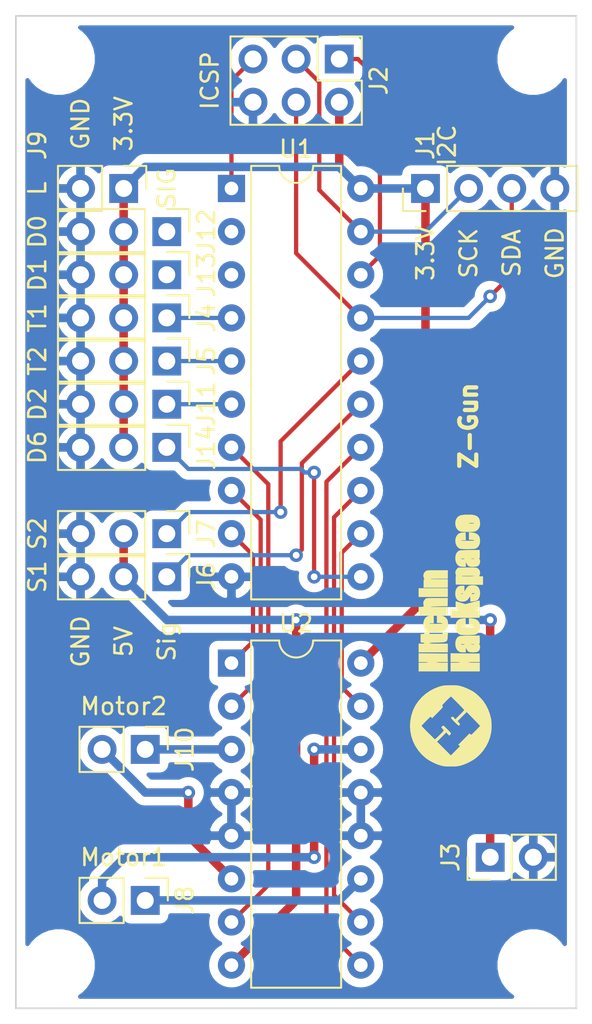
<source format=kicad_pcb>
(kicad_pcb (version 20171130) (host pcbnew 5.1.2-1.fc30)

  (general
    (thickness 1.6)
    (drawings 28)
    (tracks 104)
    (zones 0)
    (modules 21)
    (nets 26)
  )

  (page A4)
  (layers
    (0 F.Cu signal)
    (31 B.Cu signal hide)
    (32 B.Adhes user hide)
    (33 F.Adhes user hide)
    (34 B.Paste user hide)
    (35 F.Paste user hide)
    (36 B.SilkS user hide)
    (37 F.SilkS user)
    (38 B.Mask user hide)
    (39 F.Mask user hide)
    (40 Dwgs.User user hide)
    (41 Cmts.User user hide)
    (42 Eco1.User user hide)
    (43 Eco2.User user hide)
    (44 Edge.Cuts user)
    (45 Margin user hide)
    (46 B.CrtYd user)
    (47 F.CrtYd user hide)
    (48 B.Fab user hide)
    (49 F.Fab user hide)
  )

  (setup
    (last_trace_width 0.25)
    (trace_clearance 0.2)
    (zone_clearance 0.508)
    (zone_45_only no)
    (trace_min 0.2)
    (via_size 0.8)
    (via_drill 0.4)
    (via_min_size 0.4)
    (via_min_drill 0.3)
    (uvia_size 0.3)
    (uvia_drill 0.1)
    (uvias_allowed no)
    (uvia_min_size 0.2)
    (uvia_min_drill 0.1)
    (edge_width 0.05)
    (segment_width 0.2)
    (pcb_text_width 0.3)
    (pcb_text_size 1.5 1.5)
    (mod_edge_width 0.12)
    (mod_text_size 1 1)
    (mod_text_width 0.15)
    (pad_size 1.524 1.524)
    (pad_drill 0.762)
    (pad_to_mask_clearance 0.051)
    (solder_mask_min_width 0.25)
    (aux_axis_origin 0 0)
    (visible_elements FFFFFF7F)
    (pcbplotparams
      (layerselection 0x010fc_ffffffff)
      (usegerberextensions false)
      (usegerberattributes false)
      (usegerberadvancedattributes false)
      (creategerberjobfile false)
      (excludeedgelayer true)
      (linewidth 0.100000)
      (plotframeref false)
      (viasonmask false)
      (mode 1)
      (useauxorigin false)
      (hpglpennumber 1)
      (hpglpenspeed 20)
      (hpglpendiameter 15.000000)
      (psnegative false)
      (psa4output false)
      (plotreference true)
      (plotvalue true)
      (plotinvisibletext false)
      (padsonsilk false)
      (subtractmaskfromsilk false)
      (outputformat 1)
      (mirror false)
      (drillshape 1)
      (scaleselection 1)
      (outputdirectory ""))
  )

  (net 0 "")
  (net 1 Vdrive)
  (net 2 +3.3VA)
  (net 3 GND)
  (net 4 MOSI-SDA)
  (net 5 SCK)
  (net 6 MISO)
  (net 7 RESET)
  (net 8 SingleShot-2)
  (net 9 SingleShot-1)
  (net 10 Servo-1)
  (net 11 Servo-2)
  (net 12 "Net-(J8-Pad1)")
  (net 13 "Net-(J8-Pad2)")
  (net 14 "Net-(J10-Pad2)")
  (net 15 "Net-(J10-Pad1)")
  (net 16 M2B)
  (net 17 M2A)
  (net 18 M1B)
  (net 19 M1A)
  (net 20 M1E)
  (net 21 M2E)
  (net 22 D2)
  (net 23 D0)
  (net 24 D1)
  (net 25 D6)

  (net_class Default "This is the default net class."
    (clearance 0.2)
    (trace_width 0.25)
    (via_dia 0.8)
    (via_drill 0.4)
    (uvia_dia 0.3)
    (uvia_drill 0.1)
    (add_net D0)
    (add_net D1)
    (add_net D2)
    (add_net D6)
    (add_net M1A)
    (add_net M1B)
    (add_net M1E)
    (add_net M2A)
    (add_net M2B)
    (add_net M2E)
    (add_net MISO)
    (add_net MOSI-SDA)
    (add_net RESET)
    (add_net SCK)
    (add_net Servo-1)
    (add_net Servo-2)
    (add_net SingleShot-1)
    (add_net SingleShot-2)
  )

  (net_class Fixing ""
    (clearance 0.5)
    (trace_width 0.25)
    (via_dia 4)
    (via_drill 3.5)
    (uvia_dia 0.3)
    (uvia_drill 0.1)
  )

  (net_class Power ""
    (clearance 0.2)
    (trace_width 0.5)
    (via_dia 0.8)
    (via_drill 0.4)
    (uvia_dia 0.3)
    (uvia_drill 0.1)
    (add_net +3.3VA)
    (add_net GND)
    (add_net "Net-(J10-Pad1)")
    (add_net "Net-(J10-Pad2)")
    (add_net "Net-(J8-Pad1)")
    (add_net "Net-(J8-Pad2)")
    (add_net Vdrive)
  )

  (module piwars_hat:piwars_hat (layer F.Cu) (tedit 0) (tstamp 5D4DF25C)
    (at 123.19 71.12 90)
    (fp_text reference G*** (at 0 0 90) (layer F.SilkS) hide
      (effects (font (size 1.524 1.524) (thickness 0.3)))
    )
    (fp_text value LOGO (at 0.75 0 90) (layer F.SilkS) hide
      (effects (font (size 1.524 1.524) (thickness 0.3)))
    )
    (fp_poly (pts (xy -4.676097 -2.162326) (xy -4.368552 -2.10475) (xy -4.064065 -2.006375) (xy -4.008015 -1.983507)
      (xy -3.74688 -1.850978) (xy -3.502182 -1.682474) (xy -3.277685 -1.482413) (xy -3.077156 -1.255213)
      (xy -2.904359 -1.005291) (xy -2.763059 -0.737066) (xy -2.657022 -0.454955) (xy -2.633206 -0.370417)
      (xy -2.612779 -0.287853) (xy -2.59803 -0.214667) (xy -2.588029 -0.141036) (xy -2.581846 -0.057135)
      (xy -2.57855 0.046857) (xy -2.57721 0.180765) (xy -2.577066 0.22225) (xy -2.577217 0.364126)
      (xy -2.579126 0.473369) (xy -2.583692 0.559671) (xy -2.591811 0.632722) (xy -2.604382 0.702214)
      (xy -2.6223 0.777839) (xy -2.631942 0.814916) (xy -2.680429 0.968173) (xy -2.747943 1.139744)
      (xy -2.82769 1.314395) (xy -2.912874 1.476895) (xy -2.968906 1.570296) (xy -3.041202 1.66947)
      (xy -3.138374 1.783513) (xy -3.250934 1.902574) (xy -3.36939 2.016802) (xy -3.484253 2.116348)
      (xy -3.527822 2.150417) (xy -3.753229 2.297634) (xy -4.006772 2.423472) (xy -4.277709 2.523304)
      (xy -4.553125 2.592092) (xy -4.676958 2.608738) (xy -4.827637 2.618559) (xy -4.9902 2.621379)
      (xy -5.149684 2.617019) (xy -5.291128 2.6053) (xy -5.321623 2.601243) (xy -5.615873 2.537389)
      (xy -5.901974 2.434425) (xy -6.174725 2.29547) (xy -6.428926 2.123642) (xy -6.659377 1.922062)
      (xy -6.860879 1.693849) (xy -6.883149 1.664443) (xy -6.991314 1.502204) (xy -7.095484 1.314974)
      (xy -7.188358 1.117765) (xy -7.262635 0.925588) (xy -7.296313 0.814916) (xy -7.316993 0.733437)
      (xy -7.331917 0.662142) (xy -7.342006 0.591318) (xy -7.348183 0.511252) (xy -7.351369 0.412231)
      (xy -7.352486 0.284543) (xy -7.352559 0.222754) (xy -6.70994 0.222754) (xy -6.435903 0.496182)
      (xy -6.161866 0.769611) (xy -6.119489 0.71818) (xy -6.077113 0.66675) (xy -5.750353 0.992117)
      (xy -5.423593 1.317485) (xy -5.458171 1.377964) (xy -5.49275 1.438442) (xy -5.239081 1.692888)
      (xy -5.15444 1.776761) (xy -5.079598 1.848989) (xy -5.019822 1.904643) (xy -4.980379 1.938793)
      (xy -4.967191 1.947333) (xy -4.947865 1.933031) (xy -4.902689 1.892717) (xy -4.83578 1.830282)
      (xy -4.751255 1.749614) (xy -4.653231 1.654604) (xy -4.548142 1.55143) (xy -4.147313 1.155528)
      (xy -4.685663 0.61598) (xy -4.767881 0.69026) (xy -4.834733 0.740815) (xy -4.885771 0.755004)
      (xy -4.925705 0.733488) (xy -4.940034 0.714384) (xy -4.945238 0.696083) (xy -4.937224 0.671437)
      (xy -4.912214 0.635553) (xy -4.86643 0.583536) (xy -4.796095 0.510492) (xy -4.735918 0.449914)
      (xy -4.646677 0.361708) (xy -4.581619 0.300498) (xy -4.535855 0.262508) (xy -4.504494 0.243962)
      (xy -4.482648 0.241084) (xy -4.471449 0.245692) (xy -4.432569 0.288024) (xy -4.434221 0.339409)
      (xy -4.476063 0.397874) (xy -4.501676 0.420915) (xy -4.581811 0.48697) (xy -4.317932 0.751485)
      (xy -4.231315 0.837133) (xy -4.154148 0.911219) (xy -4.091658 0.968902) (xy -4.049071 1.005343)
      (xy -4.032353 1.016) (xy -4.012126 1.001592) (xy -3.966351 0.961015) (xy -3.899213 0.898235)
      (xy -3.814893 0.817219) (xy -3.717575 0.721932) (xy -3.62134 0.626258) (xy -3.232025 0.236516)
      (xy -3.297172 0.1553) (xy -3.344747 0.101208) (xy -3.414952 0.027809) (xy -3.498827 -0.056026)
      (xy -3.587414 -0.141422) (xy -3.671752 -0.219507) (xy -3.709236 -0.25278) (xy -3.749157 -0.284841)
      (xy -3.774602 -0.290387) (xy -3.802411 -0.271391) (xy -3.810012 -0.264573) (xy -3.824873 -0.252744)
      (xy -3.840475 -0.248192) (xy -3.861021 -0.254166) (xy -3.890719 -0.273918) (xy -3.933774 -0.310697)
      (xy -3.994392 -0.367753) (xy -4.076778 -0.448338) (xy -4.179567 -0.550171) (xy -4.506334 -0.874493)
      (xy -4.464146 -0.928126) (xy -4.421958 -0.98176) (xy -4.68187 -1.242297) (xy -4.767901 -1.327284)
      (xy -4.844568 -1.400664) (xy -4.906573 -1.457556) (xy -4.948621 -1.493077) (xy -4.964504 -1.502834)
      (xy -4.984956 -1.488365) (xy -5.030822 -1.447615) (xy -5.09792 -1.384574) (xy -5.182068 -1.303227)
      (xy -5.279081 -1.207563) (xy -5.374337 -1.112116) (xy -5.761448 -0.721397) (xy -5.71897 -0.662324)
      (xy -5.68899 -0.626484) (xy -5.638348 -0.571894) (xy -5.573399 -0.504816) (xy -5.500502 -0.431512)
      (xy -5.426013 -0.358244) (xy -5.35629 -0.291274) (xy -5.29769 -0.236864) (xy -5.256569 -0.201277)
      (xy -5.239985 -0.1905) (xy -5.2164 -0.202903) (xy -5.171889 -0.23483) (xy -5.134625 -0.264316)
      (xy -5.044543 -0.338132) (xy -4.998771 -0.28941) (xy -4.96663 -0.24935) (xy -4.953003 -0.220758)
      (xy -4.953 -0.220508) (xy -4.967421 -0.198088) (xy -5.006287 -0.153422) (xy -5.063004 -0.093052)
      (xy -5.130978 -0.02352) (xy -5.203614 0.048635) (xy -5.274317 0.116871) (xy -5.336494 0.174647)
      (xy -5.383549 0.215422) (xy -5.408888 0.232655) (xy -5.410047 0.232833) (xy -5.438405 0.21865)
      (xy -5.478265 0.183942) (xy -5.483675 0.17831) (xy -5.534897 0.123788) (xy -5.350585 -0.048136)
      (xy -5.89522 -0.592771) (xy -6.30258 -0.185009) (xy -6.70994 0.222754) (xy -7.352559 0.222754)
      (xy -7.35256 0.22225) (xy -7.352019 0.080107) (xy -7.349781 -0.029424) (xy -7.344924 -0.116061)
      (xy -7.336528 -0.189518) (xy -7.323672 -0.259511) (xy -7.305434 -0.335756) (xy -7.296362 -0.370417)
      (xy -7.244554 -0.531952) (xy -7.172875 -0.708392) (xy -7.087598 -0.887011) (xy -6.994992 -1.055084)
      (xy -6.90133 -1.199886) (xy -6.861523 -1.252793) (xy -6.645024 -1.492024) (xy -6.405913 -1.69703)
      (xy -6.147399 -1.866989) (xy -5.872692 -2.00108) (xy -5.584999 -2.098481) (xy -5.28753 -2.15837)
      (xy -4.983493 -2.179926) (xy -4.676097 -2.162326)) (layer F.SilkS) (width 0.01))
    (fp_poly (pts (xy 4.162855 0.511047) (xy 4.262016 0.572748) (xy 4.272082 0.581701) (xy 4.34975 0.652844)
      (xy 4.355564 1.17838) (xy 4.357119 1.343972) (xy 4.357474 1.472845) (xy 4.356332 1.570606)
      (xy 4.353396 1.642861) (xy 4.348369 1.695214) (xy 4.340954 1.733273) (xy 4.330853 1.762642)
      (xy 4.323814 1.777578) (xy 4.259045 1.862977) (xy 4.171707 1.920295) (xy 4.071885 1.946086)
      (xy 3.969662 1.936905) (xy 3.917466 1.916427) (xy 3.872407 1.898755) (xy 3.84506 1.898246)
      (xy 3.844434 1.898788) (xy 3.836658 1.926105) (xy 3.831884 1.980533) (xy 3.831167 2.014361)
      (xy 3.831167 2.116666) (xy 3.343824 2.116666) (xy 3.349371 1.317625) (xy 3.350547 1.148054)
      (xy 3.831507 1.148054) (xy 3.832223 1.260269) (xy 3.835046 1.370297) (xy 3.839846 1.4702)
      (xy 3.846493 1.552038) (xy 3.854856 1.607875) (xy 3.864804 1.629771) (xy 3.865386 1.629833)
      (xy 3.867795 1.60973) (xy 3.86977 1.55367) (xy 3.87121 1.468032) (xy 3.872013 1.35919)
      (xy 3.872079 1.233522) (xy 3.872012 1.211791) (xy 3.870662 1.072105) (xy 3.867818 0.961379)
      (xy 3.863657 0.882983) (xy 3.858355 0.840292) (xy 3.852334 0.836083) (xy 3.843313 0.877665)
      (xy 3.836922 0.948814) (xy 3.83303 1.041589) (xy 3.831507 1.148054) (xy 3.350547 1.148054)
      (xy 3.354917 0.518583) (xy 3.603625 0.512619) (xy 3.702564 0.51178) (xy 3.782192 0.514068)
      (xy 3.834695 0.519066) (xy 3.852334 0.525871) (xy 3.869899 0.530914) (xy 3.914438 0.521794)
      (xy 3.942523 0.512655) (xy 4.056486 0.491043) (xy 4.162855 0.511047)) (layer F.SilkS) (width 0.01))
    (fp_poly (pts (xy -0.049196 0.493592) (xy 0.082598 0.522132) (xy 0.191255 0.57496) (xy 0.271521 0.649511)
      (xy 0.318141 0.743222) (xy 0.318438 0.744315) (xy 0.32543 0.791307) (xy 0.331791 0.87464)
      (xy 0.337262 0.988326) (xy 0.341586 1.126374) (xy 0.344507 1.282794) (xy 0.345411 1.372907)
      (xy 0.34925 1.915583) (xy 0.108585 1.921591) (xy 0.00397 1.92351) (xy -0.064766 1.922563)
      (xy -0.104025 1.918036) (xy -0.120206 1.909214) (xy -0.119978 1.896066) (xy -0.119876 1.880079)
      (xy -0.144457 1.887921) (xy -0.175647 1.905853) (xy -0.273432 1.941194) (xy -0.384968 1.937277)
      (xy -0.424569 1.927262) (xy -0.505941 1.895354) (xy -0.564094 1.85224) (xy -0.602507 1.79114)
      (xy -0.624658 1.705272) (xy -0.634024 1.587855) (xy -0.634511 1.552458) (xy -0.178418 1.552458)
      (xy -0.17201 1.603522) (xy -0.160036 1.629016) (xy -0.157068 1.629833) (xy -0.152939 1.610493)
      (xy -0.150611 1.559739) (xy -0.150575 1.488472) (xy -0.150601 1.486958) (xy -0.152255 1.414245)
      (xy -0.154857 1.380328) (xy -0.159632 1.381671) (xy -0.167805 1.414738) (xy -0.170775 1.42875)
      (xy -0.178319 1.489606) (xy -0.178418 1.552458) (xy -0.634511 1.552458) (xy -0.635 1.516951)
      (xy -0.631434 1.401245) (xy -0.617346 1.317658) (xy -0.587646 1.256323) (xy -0.537247 1.207375)
      (xy -0.461059 1.16095) (xy -0.447764 1.153944) (xy -0.34925 1.102637) (xy -0.492125 1.101652)
      (xy -0.635 1.100666) (xy -0.635 0.953877) (xy -0.634178 0.932582) (xy -0.1905 0.932582)
      (xy -0.18665 0.992543) (xy -0.176817 1.030377) (xy -0.169333 1.037166) (xy -0.157795 1.018017)
      (xy -0.150107 0.968573) (xy -0.148166 0.9195) (xy -0.151538 0.85104) (xy -0.160999 0.816862)
      (xy -0.169333 0.814916) (xy -0.181614 0.842042) (xy -0.189252 0.896517) (xy -0.1905 0.932582)
      (xy -0.634178 0.932582) (xy -0.631742 0.86955) (xy -0.623237 0.794096) (xy -0.612423 0.747502)
      (xy -0.553854 0.650666) (xy -0.461941 0.573405) (xy -0.342555 0.519349) (xy -0.201567 0.492125)
      (xy -0.198871 0.491903) (xy -0.049196 0.493592)) (layer F.SilkS) (width 0.01))
    (fp_poly (pts (xy 0.996574 0.502675) (xy 1.115171 0.542381) (xy 1.21929 0.610843) (xy 1.234056 0.624515)
      (xy 1.291733 0.694733) (xy 1.329441 0.778508) (xy 1.350863 0.886237) (xy 1.357783 0.973666)
      (xy 1.3634 1.090083) (xy 1.136783 1.096091) (xy 0.910167 1.102098) (xy 0.909843 0.979674)
      (xy 0.906262 0.907099) (xy 0.897374 0.849062) (xy 0.889 0.8255) (xy 0.880987 0.832737)
      (xy 0.874902 0.882138) (xy 0.870752 0.973577) (xy 0.868544 1.106928) (xy 0.868158 1.199959)
      (xy 0.868976 1.326794) (xy 0.871446 1.438647) (xy 0.875277 1.528806) (xy 0.880177 1.590557)
      (xy 0.885855 1.617189) (xy 0.886299 1.61758) (xy 0.901052 1.6071) (xy 0.9145 1.563418)
      (xy 0.924914 1.495662) (xy 0.930565 1.412961) (xy 0.931101 1.381125) (xy 0.931334 1.291166)
      (xy 1.370959 1.291166) (xy 1.361444 1.434041) (xy 1.339043 1.594005) (xy 1.294141 1.72082)
      (xy 1.224653 1.818423) (xy 1.128494 1.890748) (xy 1.116033 1.897416) (xy 1.040076 1.922445)
      (xy 0.939702 1.936814) (xy 0.831676 1.939676) (xy 0.73276 1.93018) (xy 0.687473 1.919109)
      (xy 0.574023 1.870115) (xy 0.492346 1.805214) (xy 0.438037 1.727141) (xy 0.421242 1.692248)
      (xy 0.408799 1.654774) (xy 0.399892 1.607525) (xy 0.393705 1.543309) (xy 0.389421 1.454932)
      (xy 0.386223 1.3352) (xy 0.384701 1.257181) (xy 0.383387 1.098866) (xy 0.385477 0.965613)
      (xy 0.390783 0.862769) (xy 0.399116 0.79568) (xy 0.401261 0.786529) (xy 0.449111 0.684367)
      (xy 0.527515 0.6022) (xy 0.628969 0.541486) (xy 0.745967 0.503688) (xy 0.871004 0.490264)
      (xy 0.996574 0.502675)) (layer F.SilkS) (width 0.01))
    (fp_poly (pts (xy 2.952838 0.497492) (xy 3.066947 0.531651) (xy 3.14438 0.575246) (xy 3.214688 0.635557)
      (xy 3.25739 0.706308) (xy 3.277501 0.798564) (xy 3.280834 0.87639) (xy 3.280834 1.016)
      (xy 3.106209 1.017244) (xy 3.017361 1.01967) (xy 2.968874 1.025572) (xy 2.958896 1.035233)
      (xy 2.963334 1.039036) (xy 2.997823 1.060355) (xy 3.055203 1.094888) (xy 3.110529 1.12775)
      (xy 3.201794 1.19102) (xy 3.26155 1.259253) (xy 3.295378 1.342942) (xy 3.308853 1.452581)
      (xy 3.309798 1.502658) (xy 3.301551 1.634326) (xy 3.274285 1.73415) (xy 3.224214 1.809788)
      (xy 3.147552 1.868894) (xy 3.121634 1.883099) (xy 2.992974 1.928113) (xy 2.848228 1.943657)
      (xy 2.70243 1.928958) (xy 2.629231 1.908413) (xy 2.531313 1.866248) (xy 2.461194 1.815134)
      (xy 2.413537 1.747084) (xy 2.383007 1.65411) (xy 2.364267 1.528223) (xy 2.362417 1.509007)
      (xy 2.361528 1.499338) (xy 2.794 1.499338) (xy 2.800853 1.572314) (xy 2.819458 1.618205)
      (xy 2.839815 1.629833) (xy 2.850785 1.611114) (xy 2.854419 1.564099) (xy 2.853426 1.54152)
      (xy 2.842932 1.483402) (xy 2.825712 1.449256) (xy 2.807978 1.443492) (xy 2.795943 1.470521)
      (xy 2.794 1.499338) (xy 2.361528 1.499338) (xy 2.350334 1.377599) (xy 2.512315 1.371424)
      (xy 2.674296 1.36525) (xy 2.552621 1.284589) (xy 2.449313 1.19866) (xy 2.384205 1.100305)
      (xy 2.353545 0.982746) (xy 2.349965 0.918616) (xy 2.353131 0.889499) (xy 2.794847 0.889499)
      (xy 2.805141 0.931509) (xy 2.826572 0.952292) (xy 2.829278 0.9525) (xy 2.833914 0.93384)
      (xy 2.836262 0.887873) (xy 2.836334 0.877167) (xy 2.83132 0.829005) (xy 2.818056 0.813686)
      (xy 2.815167 0.814916) (xy 2.797564 0.844541) (xy 2.794847 0.889499) (xy 2.353131 0.889499)
      (xy 2.365426 0.776446) (xy 2.412783 0.661978) (xy 2.49149 0.575723) (xy 2.600997 0.518191)
      (xy 2.740756 0.489893) (xy 2.813786 0.486833) (xy 2.952838 0.497492)) (layer F.SilkS) (width 0.01))
    (fp_poly (pts (xy 4.988471 0.493592) (xy 5.120264 0.522132) (xy 5.228921 0.57496) (xy 5.309187 0.649511)
      (xy 5.355808 0.743222) (xy 5.356105 0.744315) (xy 5.363097 0.791307) (xy 5.369457 0.87464)
      (xy 5.374928 0.988326) (xy 5.379253 1.126374) (xy 5.382174 1.282794) (xy 5.383078 1.372907)
      (xy 5.386917 1.915583) (xy 5.146252 1.921591) (xy 5.041637 1.92351) (xy 4.9729 1.922563)
      (xy 4.933642 1.918036) (xy 4.917461 1.909214) (xy 4.917688 1.896066) (xy 4.91779 1.880079)
      (xy 4.89321 1.887921) (xy 4.86202 1.905853) (xy 4.764234 1.941194) (xy 4.652699 1.937277)
      (xy 4.613097 1.927262) (xy 4.531726 1.895354) (xy 4.473573 1.85224) (xy 4.43516 1.79114)
      (xy 4.413009 1.705272) (xy 4.403643 1.587855) (xy 4.403156 1.552458) (xy 4.859249 1.552458)
      (xy 4.865657 1.603522) (xy 4.877631 1.629016) (xy 4.880599 1.629833) (xy 4.884727 1.610493)
      (xy 4.887056 1.559739) (xy 4.887091 1.488472) (xy 4.887066 1.486958) (xy 4.885412 1.414245)
      (xy 4.88281 1.380328) (xy 4.878035 1.381671) (xy 4.869861 1.414738) (xy 4.866891 1.42875)
      (xy 4.859347 1.489606) (xy 4.859249 1.552458) (xy 4.403156 1.552458) (xy 4.402667 1.516951)
      (xy 4.406232 1.401245) (xy 4.420321 1.317658) (xy 4.45002 1.256323) (xy 4.50042 1.207375)
      (xy 4.576608 1.16095) (xy 4.589903 1.153944) (xy 4.688417 1.102637) (xy 4.545542 1.101652)
      (xy 4.402667 1.100666) (xy 4.402667 0.953877) (xy 4.403489 0.932582) (xy 4.847167 0.932582)
      (xy 4.851017 0.992543) (xy 4.86085 1.030377) (xy 4.868334 1.037166) (xy 4.879872 1.018017)
      (xy 4.88756 0.968573) (xy 4.8895 0.9195) (xy 4.886128 0.85104) (xy 4.876668 0.816862)
      (xy 4.868334 0.814916) (xy 4.856052 0.842042) (xy 4.848415 0.896517) (xy 4.847167 0.932582)
      (xy 4.403489 0.932582) (xy 4.405925 0.86955) (xy 4.41443 0.794096) (xy 4.425243 0.747502)
      (xy 4.483813 0.650666) (xy 4.575726 0.573405) (xy 4.695112 0.519349) (xy 4.836099 0.492125)
      (xy 4.838795 0.491903) (xy 4.988471 0.493592)) (layer F.SilkS) (width 0.01))
    (fp_poly (pts (xy 6.055407 0.502675) (xy 6.174004 0.542381) (xy 6.278124 0.610843) (xy 6.292889 0.624515)
      (xy 6.350566 0.694733) (xy 6.388274 0.778508) (xy 6.409697 0.886237) (xy 6.416616 0.973666)
      (xy 6.422233 1.090083) (xy 6.195617 1.096091) (xy 5.969 1.102098) (xy 5.968676 0.979674)
      (xy 5.965095 0.907099) (xy 5.956208 0.849062) (xy 5.947834 0.8255) (xy 5.939821 0.832737)
      (xy 5.933736 0.882138) (xy 5.929585 0.973577) (xy 5.927377 1.106928) (xy 5.926991 1.199959)
      (xy 5.927809 1.326794) (xy 5.930279 1.438647) (xy 5.93411 1.528806) (xy 5.93901 1.590557)
      (xy 5.944688 1.617189) (xy 5.945132 1.61758) (xy 5.959885 1.6071) (xy 5.973333 1.563418)
      (xy 5.983748 1.495662) (xy 5.989398 1.412961) (xy 5.989934 1.381125) (xy 5.990167 1.291166)
      (xy 6.429792 1.291166) (xy 6.420277 1.434041) (xy 6.397876 1.594005) (xy 6.352974 1.72082)
      (xy 6.283486 1.818423) (xy 6.187327 1.890748) (xy 6.174867 1.897416) (xy 6.09891 1.922445)
      (xy 5.998536 1.936814) (xy 5.890509 1.939676) (xy 5.791594 1.93018) (xy 5.746307 1.919109)
      (xy 5.632857 1.870115) (xy 5.551179 1.805214) (xy 5.496871 1.727141) (xy 5.480076 1.692248)
      (xy 5.467633 1.654774) (xy 5.458726 1.607525) (xy 5.452538 1.543309) (xy 5.448254 1.454932)
      (xy 5.445057 1.3352) (xy 5.443535 1.257181) (xy 5.442221 1.098866) (xy 5.444311 0.965613)
      (xy 5.449616 0.862769) (xy 5.457949 0.79568) (xy 5.460095 0.786529) (xy 5.507944 0.684367)
      (xy 5.586349 0.6022) (xy 5.687803 0.541486) (xy 5.804801 0.503688) (xy 5.929837 0.490264)
      (xy 6.055407 0.502675)) (layer F.SilkS) (width 0.01))
    (fp_poly (pts (xy 7.067782 0.495966) (xy 7.186227 0.531926) (xy 7.290647 0.59596) (xy 7.333466 0.636918)
      (xy 7.376892 0.691676) (xy 7.408919 0.75108) (xy 7.431776 0.823427) (xy 7.447693 0.917015)
      (xy 7.4589 1.04014) (xy 7.463777 1.121833) (xy 7.467958 1.335209) (xy 7.454945 1.511815)
      (xy 7.423293 1.654175) (xy 7.371557 1.764814) (xy 7.298289 1.846256) (xy 7.202046 1.901027)
      (xy 7.081381 1.931651) (xy 6.995584 1.939534) (xy 6.912431 1.940487) (xy 6.839449 1.936471)
      (xy 6.794363 1.928814) (xy 6.661646 1.867901) (xy 6.560338 1.783813) (xy 6.493718 1.679598)
      (xy 6.477932 1.634467) (xy 6.468912 1.578024) (xy 6.462362 1.489103) (xy 6.46097 1.451165)
      (xy 6.942667 1.451165) (xy 6.944943 1.544363) (xy 6.951528 1.601594) (xy 6.962055 1.619953)
      (xy 6.963834 1.61925) (xy 6.973772 1.593296) (xy 6.981207 1.536145) (xy 6.984839 1.458918)
      (xy 6.985 1.438084) (xy 6.982508 1.354676) (xy 6.97571 1.29612) (xy 6.965624 1.270502)
      (xy 6.963834 1.27) (xy 6.953545 1.289908) (xy 6.946253 1.344707) (xy 6.942821 1.427008)
      (xy 6.942667 1.451165) (xy 6.46097 1.451165) (xy 6.458266 1.377485) (xy 6.456608 1.252952)
      (xy 6.457373 1.125286) (xy 6.460545 1.004268) (xy 6.466108 0.899682) (xy 6.467189 0.889)
      (xy 6.948432 0.889) (xy 6.950083 0.93478) (xy 6.954305 0.947347) (xy 6.957605 0.936625)
      (xy 6.961107 0.874945) (xy 6.957605 0.841375) (xy 6.95237 0.831344) (xy 6.949049 0.857937)
      (xy 6.948432 0.889) (xy 6.467189 0.889) (xy 6.474046 0.821307) (xy 6.479289 0.79343)
      (xy 6.525622 0.689572) (xy 6.602575 0.605608) (xy 6.702709 0.542903) (xy 6.818582 0.502818)
      (xy 6.942754 0.486718) (xy 7.067782 0.495966)) (layer F.SilkS) (width 0.01))
    (fp_poly (pts (xy -1.248833 0.497416) (xy -1.247318 0.618103) (xy -1.242978 0.708714) (xy -1.236122 0.765095)
      (xy -1.227666 0.783166) (xy -1.218727 0.762714) (xy -1.212015 0.704128) (xy -1.207838 0.611564)
      (xy -1.2065 0.497416) (xy -1.2065 0.211666) (xy -0.69802 0.211666) (xy -0.703551 1.063625)
      (xy -0.709083 1.915583) (xy -0.957791 1.921546) (xy -1.2065 1.92751) (xy -1.2065 1.577588)
      (xy -1.207747 1.439746) (xy -1.211361 1.333688) (xy -1.217148 1.262592) (xy -1.224917 1.22964)
      (xy -1.227666 1.227666) (xy -1.23601 1.248284) (xy -1.242429 1.308011) (xy -1.246728 1.40366)
      (xy -1.248716 1.532043) (xy -1.248833 1.576916) (xy -1.248833 1.926166) (xy -1.756833 1.926166)
      (xy -1.756833 0.211666) (xy -1.248833 0.211666) (xy -1.248833 0.497416)) (layer F.SilkS) (width 0.01))
    (fp_poly (pts (xy 1.877549 0.534458) (xy 1.87352 0.6554) (xy 1.872207 0.736593) (xy 1.87371 0.780539)
      (xy 1.878129 0.78974) (xy 1.885564 0.7667) (xy 1.886638 0.762) (xy 1.905174 0.682003)
      (xy 1.924422 0.603152) (xy 1.928447 0.587375) (xy 1.948965 0.508) (xy 2.162081 0.508)
      (xy 2.263071 0.509307) (xy 2.32706 0.513689) (xy 2.359315 0.521829) (xy 2.365102 0.534416)
      (xy 2.365086 0.534458) (xy 2.355353 0.563894) (xy 2.33606 0.625213) (xy 2.309897 0.709774)
      (xy 2.279552 0.80894) (xy 2.275988 0.820651) (xy 2.197001 1.080386) (xy 2.305 1.483802)
      (xy 2.338195 1.608741) (xy 2.367257 1.719936) (xy 2.390512 1.81083) (xy 2.406284 1.874862)
      (xy 2.4129 1.905476) (xy 2.413 1.906692) (xy 2.393568 1.912555) (xy 2.342206 1.9179)
      (xy 2.269318 1.922413) (xy 2.185308 1.925778) (xy 2.10058 1.927678) (xy 2.025536 1.927798)
      (xy 1.970581 1.925822) (xy 1.946118 1.921434) (xy 1.945756 1.920875) (xy 1.942033 1.899165)
      (xy 1.933086 1.844081) (xy 1.920276 1.764067) (xy 1.90569 1.672166) (xy 1.867202 1.42875)
      (xy 1.878744 1.677458) (xy 1.890285 1.926166) (xy 1.657754 1.926166) (xy 1.562459 1.924952)
      (xy 1.48335 1.921664) (xy 1.429679 1.916831) (xy 1.411111 1.912055) (xy 1.408022 1.888473)
      (xy 1.405166 1.827148) (xy 1.40262 1.732672) (xy 1.400458 1.609634) (xy 1.398756 1.462627)
      (xy 1.39759 1.29624) (xy 1.397036 1.115064) (xy 1.397 1.054805) (xy 1.397 0.211666)
      (xy 1.889749 0.211666) (xy 1.877549 0.534458)) (layer F.SilkS) (width 0.01))
    (fp_poly (pts (xy -0.127 -1.502834) (xy -0.125393 -1.415281) (xy -0.119704 -1.362766) (xy -0.108628 -1.338083)
      (xy -0.096356 -1.3335) (xy -0.075989 -1.347904) (xy -0.063752 -1.394941) (xy -0.059314 -1.444625)
      (xy -0.052916 -1.55575) (xy 0.433917 -1.55575) (xy 0.440315 -1.444625) (xy 0.445834 -1.379703)
      (xy 0.456354 -1.346589) (xy 0.477388 -1.33476) (xy 0.498523 -1.3335) (xy 0.52602 -1.330981)
      (xy 0.541719 -1.31717) (xy 0.549145 -1.282688) (xy 0.551825 -1.218155) (xy 0.552242 -1.190625)
      (xy 0.553883 -1.118523) (xy 0.557142 -1.084558) (xy 0.563234 -1.084537) (xy 0.573372 -1.114266)
      (xy 0.573865 -1.115966) (xy 0.619672 -1.203619) (xy 0.698496 -1.281035) (xy 0.801291 -1.342724)
      (xy 0.919008 -1.383198) (xy 1.037167 -1.397) (xy 1.13117 -1.386571) (xy 1.232804 -1.359165)
      (xy 1.324244 -1.320609) (xy 1.378226 -1.285525) (xy 1.444901 -1.215817) (xy 1.488605 -1.135321)
      (xy 1.514964 -1.031754) (xy 1.523254 -0.968843) (xy 1.52871 -0.925762) (xy 1.533037 -0.913618)
      (xy 1.536388 -0.934622) (xy 1.538917 -0.990981) (xy 1.540775 -1.084905) (xy 1.542118 -1.218603)
      (xy 1.542293 -1.243542) (xy 1.545167 -1.672167) (xy 2.030146 -1.672167) (xy 2.036365 -1.518709)
      (xy 2.041256 -1.437916) (xy 2.049048 -1.392097) (xy 2.061665 -1.373902) (xy 2.074334 -1.37365)
      (xy 2.112464 -1.379945) (xy 2.176 -1.387024) (xy 2.2225 -1.391074) (xy 2.298785 -1.393205)
      (xy 2.355028 -1.381689) (xy 2.412657 -1.351389) (xy 2.427111 -1.342047) (xy 2.484252 -1.29744)
      (xy 2.527324 -1.251389) (xy 2.538236 -1.233669) (xy 2.545789 -1.194689) (xy 2.551906 -1.115109)
      (xy 2.556527 -0.996638) (xy 2.559595 -0.840987) (xy 2.561049 -0.649865) (xy 2.561167 -0.569811)
      (xy 2.561167 0.043719) (xy 2.323042 0.037734) (xy 2.084917 0.03175) (xy 2.074334 -0.529167)
      (xy 2.070124 -0.707947) (xy 2.065212 -0.844883) (xy 2.05986 -0.940455) (xy 2.054328 -0.995139)
      (xy 2.048879 -1.009415) (xy 2.043774 -0.983762) (xy 2.039276 -0.918659) (xy 2.035645 -0.814582)
      (xy 2.033143 -0.672012) (xy 2.032032 -0.491427) (xy 2.032 -0.451745) (xy 2.032 0.043719)
      (xy 1.793875 0.037734) (xy 1.55575 0.03175) (xy 1.544226 -0.254) (xy 1.539889 -0.345878)
      (xy 1.535632 -0.408368) (xy 1.531836 -0.437751) (xy 1.528884 -0.430312) (xy 1.527886 -0.41275)
      (xy 1.505055 -0.2633) (xy 1.449885 -0.13761) (xy 1.364127 -0.038759) (xy 1.28543 0.013549)
      (xy 1.209424 0.0386) (xy 1.109008 0.052981) (xy 1.000949 0.055842) (xy 0.902015 0.046334)
      (xy 0.856807 0.035275) (xy 0.743344 -0.013726) (xy 0.661642 -0.078649) (xy 0.607327 -0.156692)
      (xy 0.590802 -0.190874) (xy 0.578492 -0.227479) (xy 0.569624 -0.27352) (xy 0.563423 -0.336012)
      (xy 0.559117 -0.421965) (xy 0.555932 -0.538395) (xy 0.553981 -0.640292) (xy 0.553179 -0.686153)
      (xy 1.037491 -0.686153) (xy 1.038588 -0.518556) (xy 1.042167 -0.392272) (xy 1.048205 -0.307489)
      (xy 1.05668 -0.264395) (xy 1.06757 -0.263175) (xy 1.080852 -0.304016) (xy 1.082288 -0.310317)
      (xy 1.090664 -0.367346) (xy 1.096698 -0.443617) (xy 1.098163 -0.481542) (xy 1.100667 -0.592667)
      (xy 1.545167 -0.592667) (xy 1.54521 -0.693209) (xy 1.545253 -0.79375) (xy 1.312377 -0.787138)
      (xy 1.0795 -0.780526) (xy 1.079176 -0.903555) (xy 1.075612 -0.976284) (xy 1.066764 -1.034481)
      (xy 1.058334 -1.058334) (xy 1.050301 -1.051136) (xy 1.044207 -1.001767) (xy 1.040059 -0.910346)
      (xy 1.037863 -0.776991) (xy 1.037491 -0.686153) (xy 0.553179 -0.686153) (xy 0.547035 -1.037167)
      (xy 0.4445 -1.037167) (xy 0.4445 -0.254) (xy 0.497417 -0.254) (xy 0.524892 -0.25187)
      (xy 0.540706 -0.239376) (xy 0.548075 -0.207367) (xy 0.550218 -0.146691) (xy 0.550334 -0.103433)
      (xy 0.550334 0.047134) (xy 0.333375 0.038692) (xy 0.224561 0.033061) (xy 0.1387 0.022528)
      (xy 0.07295 0.002478) (xy 0.024466 -0.031705) (xy -0.009595 -0.084634) (xy -0.032078 -0.160924)
      (xy -0.045825 -0.265191) (xy -0.053682 -0.402048) (xy -0.058491 -0.576111) (xy -0.058961 -0.597959)
      (xy -0.062665 -0.749362) (xy -0.066751 -0.86316) (xy -0.071635 -0.94408) (xy -0.077734 -0.996852)
      (xy -0.085465 -1.026203) (xy -0.095243 -1.036861) (xy -0.097649 -1.037167) (xy -0.106834 -1.030807)
      (xy -0.113957 -1.008795) (xy -0.119256 -0.966734) (xy -0.122971 -0.900228) (xy -0.12534 -0.80488)
      (xy -0.126603 -0.676292) (xy -0.126998 -0.510069) (xy -0.127 -0.497417) (xy -0.127 0.042333)
      (xy -0.635 0.042333) (xy -0.635 -1.672167) (xy -0.127 -1.672167) (xy -0.127 -1.502834)) (layer F.SilkS) (width 0.01))
    (fp_poly (pts (xy -1.248833 -1.386417) (xy -1.247318 -1.26573) (xy -1.242978 -1.175119) (xy -1.236122 -1.118739)
      (xy -1.227666 -1.100667) (xy -1.218727 -1.121119) (xy -1.212015 -1.179706) (xy -1.207838 -1.27227)
      (xy -1.2065 -1.386417) (xy -1.2065 -1.672167) (xy -0.69802 -1.672167) (xy -0.703551 -0.820209)
      (xy -0.709083 0.03175) (xy -0.957791 0.037713) (xy -1.2065 0.043676) (xy -1.2065 -0.306245)
      (xy -1.207747 -0.444087) (xy -1.211361 -0.550146) (xy -1.217148 -0.621241) (xy -1.224917 -0.654194)
      (xy -1.227666 -0.656167) (xy -1.23601 -0.63555) (xy -1.242429 -0.575822) (xy -1.246728 -0.480173)
      (xy -1.248716 -0.35179) (xy -1.248833 -0.306917) (xy -1.248833 0.042333) (xy -1.756833 0.042333)
      (xy -1.756833 -1.672167) (xy -1.248833 -1.672167) (xy -1.248833 -1.386417)) (layer F.SilkS) (width 0.01))
    (fp_poly (pts (xy 3.132667 0.042333) (xy 2.624667 0.042333) (xy 2.624667 -1.672167) (xy 3.132667 -1.672167)
      (xy 3.132667 0.042333)) (layer F.SilkS) (width 0.01))
    (fp_poly (pts (xy 3.929839 -1.390048) (xy 4.029024 -1.355312) (xy 4.11383 -1.288377) (xy 4.142953 -1.250995)
      (xy 4.156857 -1.229025) (xy 4.167782 -1.206156) (xy 4.176086 -1.177288) (xy 4.18213 -1.137322)
      (xy 4.186272 -1.081155) (xy 4.188871 -1.003689) (xy 4.190286 -0.899823) (xy 4.190876 -0.764457)
      (xy 4.191 -0.59249) (xy 4.191 0.042333) (xy 3.704167 0.042333) (xy 3.701663 -0.523875)
      (xy 3.700443 -0.669751) (xy 3.69826 -0.797128) (xy 3.695287 -0.901317) (xy 3.691697 -0.977631)
      (xy 3.687666 -1.021381) (xy 3.683367 -1.027879) (xy 3.683 -1.026584) (xy 3.678309 -0.987787)
      (xy 3.673937 -0.913493) (xy 3.67011 -0.810535) (xy 3.667053 -0.68575) (xy 3.664991 -0.545972)
      (xy 3.664338 -0.460375) (xy 3.661834 0.042333) (xy 3.175 0.042333) (xy 3.175 -1.375834)
      (xy 3.428336 -1.375834) (xy 3.535869 -1.375222) (xy 3.607442 -1.3728) (xy 3.649419 -1.367694)
      (xy 3.668165 -1.359025) (xy 3.670041 -1.345918) (xy 3.668954 -1.342693) (xy 3.667644 -1.325565)
      (xy 3.689475 -1.331324) (xy 3.727827 -1.353197) (xy 3.826148 -1.390154) (xy 3.929839 -1.390048)) (layer F.SilkS) (width 0.01))
  )

  (module MountingHole:MountingHole_3.2mm_M3 (layer F.Cu) (tedit 56D1B4CB) (tstamp 5D4DE8B8)
    (at 128.27 36.83)
    (descr "Mounting Hole 3.2mm, no annular, M3")
    (tags "mounting hole 3.2mm no annular m3")
    (attr virtual)
    (fp_text reference REF** (at 13.97 0) (layer F.SilkS) hide
      (effects (font (size 1 1) (thickness 0.15)))
    )
    (fp_text value MountingHole_3.2mm_M3 (at 0 4.2) (layer F.Fab)
      (effects (font (size 1 1) (thickness 0.15)))
    )
    (fp_text user %R (at 0.3 0) (layer F.Fab)
      (effects (font (size 1 1) (thickness 0.15)))
    )
    (fp_circle (center 0 0) (end 3.2 0) (layer Cmts.User) (width 0.15))
    (fp_circle (center 0 0) (end 3.45 0) (layer F.CrtYd) (width 0.05))
    (pad 1 np_thru_hole circle (at 0 0) (size 3.2 3.2) (drill 3.2) (layers *.Cu *.Mask))
  )

  (module Package_DIP:DIP-16_W7.62mm (layer F.Cu) (tedit 5A02E8C5) (tstamp 5D4D5BA4)
    (at 110.49 72.39)
    (descr "16-lead though-hole mounted DIP package, row spacing 7.62 mm (300 mils)")
    (tags "THT DIP DIL PDIP 2.54mm 7.62mm 300mil")
    (path /5D4D9D9D)
    (fp_text reference U2 (at 3.81 -2.33) (layer F.SilkS)
      (effects (font (size 1 1) (thickness 0.15)))
    )
    (fp_text value L293D (at 3.81 20.11) (layer F.Fab)
      (effects (font (size 1 1) (thickness 0.15)))
    )
    (fp_arc (start 3.81 -1.33) (end 2.81 -1.33) (angle -180) (layer F.SilkS) (width 0.12))
    (fp_line (start 1.635 -1.27) (end 6.985 -1.27) (layer F.Fab) (width 0.1))
    (fp_line (start 6.985 -1.27) (end 6.985 19.05) (layer F.Fab) (width 0.1))
    (fp_line (start 6.985 19.05) (end 0.635 19.05) (layer F.Fab) (width 0.1))
    (fp_line (start 0.635 19.05) (end 0.635 -0.27) (layer F.Fab) (width 0.1))
    (fp_line (start 0.635 -0.27) (end 1.635 -1.27) (layer F.Fab) (width 0.1))
    (fp_line (start 2.81 -1.33) (end 1.16 -1.33) (layer F.SilkS) (width 0.12))
    (fp_line (start 1.16 -1.33) (end 1.16 19.11) (layer F.SilkS) (width 0.12))
    (fp_line (start 1.16 19.11) (end 6.46 19.11) (layer F.SilkS) (width 0.12))
    (fp_line (start 6.46 19.11) (end 6.46 -1.33) (layer F.SilkS) (width 0.12))
    (fp_line (start 6.46 -1.33) (end 4.81 -1.33) (layer F.SilkS) (width 0.12))
    (fp_line (start -1.1 -1.55) (end -1.1 19.3) (layer F.CrtYd) (width 0.05))
    (fp_line (start -1.1 19.3) (end 8.7 19.3) (layer F.CrtYd) (width 0.05))
    (fp_line (start 8.7 19.3) (end 8.7 -1.55) (layer F.CrtYd) (width 0.05))
    (fp_line (start 8.7 -1.55) (end -1.1 -1.55) (layer F.CrtYd) (width 0.05))
    (fp_text user %R (at 3.81 8.89) (layer F.Fab)
      (effects (font (size 1 1) (thickness 0.15)))
    )
    (pad 1 thru_hole rect (at 0 0) (size 1.6 1.6) (drill 0.8) (layers *.Cu *.Mask)
      (net 21 M2E))
    (pad 9 thru_hole oval (at 7.62 17.78) (size 1.6 1.6) (drill 0.8) (layers *.Cu *.Mask)
      (net 20 M1E))
    (pad 2 thru_hole oval (at 0 2.54) (size 1.6 1.6) (drill 0.8) (layers *.Cu *.Mask)
      (net 17 M2A))
    (pad 10 thru_hole oval (at 7.62 15.24) (size 1.6 1.6) (drill 0.8) (layers *.Cu *.Mask)
      (net 19 M1A))
    (pad 3 thru_hole oval (at 0 5.08) (size 1.6 1.6) (drill 0.8) (layers *.Cu *.Mask)
      (net 15 "Net-(J10-Pad1)"))
    (pad 11 thru_hole oval (at 7.62 12.7) (size 1.6 1.6) (drill 0.8) (layers *.Cu *.Mask)
      (net 12 "Net-(J8-Pad1)"))
    (pad 4 thru_hole oval (at 0 7.62) (size 1.6 1.6) (drill 0.8) (layers *.Cu *.Mask)
      (net 3 GND))
    (pad 12 thru_hole oval (at 7.62 10.16) (size 1.6 1.6) (drill 0.8) (layers *.Cu *.Mask)
      (net 3 GND))
    (pad 5 thru_hole oval (at 0 10.16) (size 1.6 1.6) (drill 0.8) (layers *.Cu *.Mask)
      (net 3 GND))
    (pad 13 thru_hole oval (at 7.62 7.62) (size 1.6 1.6) (drill 0.8) (layers *.Cu *.Mask)
      (net 3 GND))
    (pad 6 thru_hole oval (at 0 12.7) (size 1.6 1.6) (drill 0.8) (layers *.Cu *.Mask)
      (net 14 "Net-(J10-Pad2)"))
    (pad 14 thru_hole oval (at 7.62 5.08) (size 1.6 1.6) (drill 0.8) (layers *.Cu *.Mask)
      (net 13 "Net-(J8-Pad2)"))
    (pad 7 thru_hole oval (at 0 15.24) (size 1.6 1.6) (drill 0.8) (layers *.Cu *.Mask)
      (net 16 M2B))
    (pad 15 thru_hole oval (at 7.62 2.54) (size 1.6 1.6) (drill 0.8) (layers *.Cu *.Mask)
      (net 18 M1B))
    (pad 8 thru_hole oval (at 0 17.78) (size 1.6 1.6) (drill 0.8) (layers *.Cu *.Mask)
      (net 1 Vdrive))
    (pad 16 thru_hole oval (at 7.62 0) (size 1.6 1.6) (drill 0.8) (layers *.Cu *.Mask)
      (net 2 +3.3VA))
    (model ${KISYS3DMOD}/Package_DIP.3dshapes/DIP-16_W7.62mm.wrl
      (at (xyz 0 0 0))
      (scale (xyz 1 1 1))
      (rotate (xyz 0 0 0))
    )
  )

  (module MountingHole:MountingHole_3.2mm_M3 (layer F.Cu) (tedit 56D1B4CB) (tstamp 5D4DE92E)
    (at 128.27 90.17)
    (descr "Mounting Hole 3.2mm, no annular, M3")
    (tags "mounting hole 3.2mm no annular m3")
    (attr virtual)
    (fp_text reference REF** (at 0 -4.2) (layer F.SilkS) hide
      (effects (font (size 1 1) (thickness 0.15)))
    )
    (fp_text value MountingHole_3.2mm_M3 (at 0 4.2) (layer F.Fab)
      (effects (font (size 1 1) (thickness 0.15)))
    )
    (fp_text user %R (at 0.3 0) (layer F.Fab)
      (effects (font (size 1 1) (thickness 0.15)))
    )
    (fp_circle (center 0 0) (end 3.2 0) (layer Cmts.User) (width 0.15))
    (fp_circle (center 0 0) (end 3.45 0) (layer F.CrtYd) (width 0.05))
    (pad 1 np_thru_hole circle (at 0 0) (size 3.2 3.2) (drill 3.2) (layers *.Cu *.Mask))
  )

  (module MountingHole:MountingHole_3.2mm_M3 (layer F.Cu) (tedit 56D1B4CB) (tstamp 5D4DE8C6)
    (at 100.33 90.17)
    (descr "Mounting Hole 3.2mm, no annular, M3")
    (tags "mounting hole 3.2mm no annular m3")
    (attr virtual)
    (fp_text reference REF** (at 0 -4.2) (layer F.SilkS) hide
      (effects (font (size 1 1) (thickness 0.15)))
    )
    (fp_text value MountingHole_3.2mm_M3 (at 0 4.2) (layer F.Fab)
      (effects (font (size 1 1) (thickness 0.15)))
    )
    (fp_circle (center 0 0) (end 3.45 0) (layer F.CrtYd) (width 0.05))
    (fp_circle (center 0 0) (end 3.2 0) (layer Cmts.User) (width 0.15))
    (fp_text user %R (at 0.3 0) (layer F.Fab)
      (effects (font (size 1 1) (thickness 0.15)))
    )
    (pad 1 np_thru_hole circle (at 0 0) (size 3.2 3.2) (drill 3.2) (layers *.Cu *.Mask))
  )

  (module MountingHole:MountingHole_3.2mm_M3 (layer F.Cu) (tedit 56D1B4CB) (tstamp 5D4DE8AF)
    (at 100.33 36.83)
    (descr "Mounting Hole 3.2mm, no annular, M3")
    (tags "mounting hole 3.2mm no annular m3")
    (attr virtual)
    (fp_text reference REF** (at 0 -4.2) (layer F.SilkS) hide
      (effects (font (size 1 1) (thickness 0.15)))
    )
    (fp_text value MountingHole_3.2mm_M3 (at 0 4.2) (layer F.Fab)
      (effects (font (size 1 1) (thickness 0.15)))
    )
    (fp_circle (center 0 0) (end 3.45 0) (layer F.CrtYd) (width 0.05))
    (fp_circle (center 0 0) (end 3.2 0) (layer Cmts.User) (width 0.15))
    (fp_text user %R (at 0.3 0) (layer F.Fab)
      (effects (font (size 1 1) (thickness 0.15)))
    )
    (pad 1 np_thru_hole circle (at 0 0) (size 3.2 3.2) (drill 3.2) (layers *.Cu *.Mask))
  )

  (module Connector_PinHeader_2.54mm:PinHeader_2x03_P2.54mm_Vertical (layer F.Cu) (tedit 59FED5CC) (tstamp 5D4D5B3E)
    (at 116.84 36.83 270)
    (descr "Through hole straight pin header, 2x03, 2.54mm pitch, double rows")
    (tags "Through hole pin header THT 2x03 2.54mm double row")
    (path /5D4D895A)
    (fp_text reference J2 (at 1.27 -2.33 90) (layer F.SilkS)
      (effects (font (size 1 1) (thickness 0.15)))
    )
    (fp_text value ISP (at 1.27 7.41 90) (layer F.Fab)
      (effects (font (size 1 1) (thickness 0.15)))
    )
    (fp_line (start 0 -1.27) (end 3.81 -1.27) (layer F.Fab) (width 0.1))
    (fp_line (start 3.81 -1.27) (end 3.81 6.35) (layer F.Fab) (width 0.1))
    (fp_line (start 3.81 6.35) (end -1.27 6.35) (layer F.Fab) (width 0.1))
    (fp_line (start -1.27 6.35) (end -1.27 0) (layer F.Fab) (width 0.1))
    (fp_line (start -1.27 0) (end 0 -1.27) (layer F.Fab) (width 0.1))
    (fp_line (start -1.33 6.41) (end 3.87 6.41) (layer F.SilkS) (width 0.12))
    (fp_line (start -1.33 1.27) (end -1.33 6.41) (layer F.SilkS) (width 0.12))
    (fp_line (start 3.87 -1.33) (end 3.87 6.41) (layer F.SilkS) (width 0.12))
    (fp_line (start -1.33 1.27) (end 1.27 1.27) (layer F.SilkS) (width 0.12))
    (fp_line (start 1.27 1.27) (end 1.27 -1.33) (layer F.SilkS) (width 0.12))
    (fp_line (start 1.27 -1.33) (end 3.87 -1.33) (layer F.SilkS) (width 0.12))
    (fp_line (start -1.33 0) (end -1.33 -1.33) (layer F.SilkS) (width 0.12))
    (fp_line (start -1.33 -1.33) (end 0 -1.33) (layer F.SilkS) (width 0.12))
    (fp_line (start -1.8 -1.8) (end -1.8 6.85) (layer F.CrtYd) (width 0.05))
    (fp_line (start -1.8 6.85) (end 4.35 6.85) (layer F.CrtYd) (width 0.05))
    (fp_line (start 4.35 6.85) (end 4.35 -1.8) (layer F.CrtYd) (width 0.05))
    (fp_line (start 4.35 -1.8) (end -1.8 -1.8) (layer F.CrtYd) (width 0.05))
    (fp_text user %R (at 1.27 2.54) (layer F.Fab)
      (effects (font (size 1 1) (thickness 0.15)))
    )
    (pad 1 thru_hole rect (at 0 0 270) (size 1.7 1.7) (drill 1) (layers *.Cu *.Mask)
      (net 6 MISO))
    (pad 2 thru_hole oval (at 2.54 0 270) (size 1.7 1.7) (drill 1) (layers *.Cu *.Mask)
      (net 2 +3.3VA))
    (pad 3 thru_hole oval (at 0 2.54 270) (size 1.7 1.7) (drill 1) (layers *.Cu *.Mask)
      (net 5 SCK))
    (pad 4 thru_hole oval (at 2.54 2.54 270) (size 1.7 1.7) (drill 1) (layers *.Cu *.Mask)
      (net 4 MOSI-SDA))
    (pad 5 thru_hole oval (at 0 5.08 270) (size 1.7 1.7) (drill 1) (layers *.Cu *.Mask)
      (net 7 RESET))
    (pad 6 thru_hole oval (at 2.54 5.08 270) (size 1.7 1.7) (drill 1) (layers *.Cu *.Mask)
      (net 3 GND))
    (model ${KISYS3DMOD}/Connector_PinHeader_2.54mm.3dshapes/PinHeader_2x03_P2.54mm_Vertical.wrl
      (at (xyz 0 0 0))
      (scale (xyz 1 1 1))
      (rotate (xyz 0 0 0))
    )
  )

  (module Package_DIP:DIP-20_W7.62mm (layer F.Cu) (tedit 5A02E8C5) (tstamp 5D4D5B80)
    (at 110.49 44.45)
    (descr "20-lead though-hole mounted DIP package, row spacing 7.62 mm (300 mils)")
    (tags "THT DIP DIL PDIP 2.54mm 7.62mm 300mil")
    (path /5D4D8AE9)
    (fp_text reference U1 (at 3.81 -2.33) (layer F.SilkS)
      (effects (font (size 1 1) (thickness 0.15)))
    )
    (fp_text value ATtiny2313A-PU (at 3.81 25.19) (layer F.Fab)
      (effects (font (size 1 1) (thickness 0.15)))
    )
    (fp_arc (start 3.81 -1.33) (end 2.81 -1.33) (angle -180) (layer F.SilkS) (width 0.12))
    (fp_line (start 1.635 -1.27) (end 6.985 -1.27) (layer F.Fab) (width 0.1))
    (fp_line (start 6.985 -1.27) (end 6.985 24.13) (layer F.Fab) (width 0.1))
    (fp_line (start 6.985 24.13) (end 0.635 24.13) (layer F.Fab) (width 0.1))
    (fp_line (start 0.635 24.13) (end 0.635 -0.27) (layer F.Fab) (width 0.1))
    (fp_line (start 0.635 -0.27) (end 1.635 -1.27) (layer F.Fab) (width 0.1))
    (fp_line (start 2.81 -1.33) (end 1.16 -1.33) (layer F.SilkS) (width 0.12))
    (fp_line (start 1.16 -1.33) (end 1.16 24.19) (layer F.SilkS) (width 0.12))
    (fp_line (start 1.16 24.19) (end 6.46 24.19) (layer F.SilkS) (width 0.12))
    (fp_line (start 6.46 24.19) (end 6.46 -1.33) (layer F.SilkS) (width 0.12))
    (fp_line (start 6.46 -1.33) (end 4.81 -1.33) (layer F.SilkS) (width 0.12))
    (fp_line (start -1.1 -1.55) (end -1.1 24.4) (layer F.CrtYd) (width 0.05))
    (fp_line (start -1.1 24.4) (end 8.7 24.4) (layer F.CrtYd) (width 0.05))
    (fp_line (start 8.7 24.4) (end 8.7 -1.55) (layer F.CrtYd) (width 0.05))
    (fp_line (start 8.7 -1.55) (end -1.1 -1.55) (layer F.CrtYd) (width 0.05))
    (fp_text user %R (at 3.81 11.43) (layer F.Fab)
      (effects (font (size 1 1) (thickness 0.15)))
    )
    (pad 1 thru_hole rect (at 0 0) (size 1.6 1.6) (drill 0.8) (layers *.Cu *.Mask)
      (net 7 RESET))
    (pad 11 thru_hole oval (at 7.62 22.86) (size 1.6 1.6) (drill 0.8) (layers *.Cu *.Mask)
      (net 25 D6))
    (pad 2 thru_hole oval (at 0 2.54) (size 1.6 1.6) (drill 0.8) (layers *.Cu *.Mask)
      (net 23 D0))
    (pad 12 thru_hole oval (at 7.62 20.32) (size 1.6 1.6) (drill 0.8) (layers *.Cu *.Mask)
      (net 18 M1B))
    (pad 3 thru_hole oval (at 0 5.08) (size 1.6 1.6) (drill 0.8) (layers *.Cu *.Mask)
      (net 24 D1))
    (pad 13 thru_hole oval (at 7.62 17.78) (size 1.6 1.6) (drill 0.8) (layers *.Cu *.Mask)
      (net 19 M1A))
    (pad 4 thru_hole oval (at 0 7.62) (size 1.6 1.6) (drill 0.8) (layers *.Cu *.Mask)
      (net 9 SingleShot-1))
    (pad 14 thru_hole oval (at 7.62 15.24) (size 1.6 1.6) (drill 0.8) (layers *.Cu *.Mask)
      (net 20 M1E))
    (pad 5 thru_hole oval (at 0 10.16) (size 1.6 1.6) (drill 0.8) (layers *.Cu *.Mask)
      (net 8 SingleShot-2))
    (pad 15 thru_hole oval (at 7.62 12.7) (size 1.6 1.6) (drill 0.8) (layers *.Cu *.Mask)
      (net 10 Servo-1))
    (pad 6 thru_hole oval (at 0 12.7) (size 1.6 1.6) (drill 0.8) (layers *.Cu *.Mask)
      (net 22 D2))
    (pad 16 thru_hole oval (at 7.62 10.16) (size 1.6 1.6) (drill 0.8) (layers *.Cu *.Mask)
      (net 11 Servo-2))
    (pad 7 thru_hole oval (at 0 15.24) (size 1.6 1.6) (drill 0.8) (layers *.Cu *.Mask)
      (net 16 M2B))
    (pad 17 thru_hole oval (at 7.62 7.62) (size 1.6 1.6) (drill 0.8) (layers *.Cu *.Mask)
      (net 4 MOSI-SDA))
    (pad 8 thru_hole oval (at 0 17.78) (size 1.6 1.6) (drill 0.8) (layers *.Cu *.Mask)
      (net 17 M2A))
    (pad 18 thru_hole oval (at 7.62 5.08) (size 1.6 1.6) (drill 0.8) (layers *.Cu *.Mask)
      (net 6 MISO))
    (pad 9 thru_hole oval (at 0 20.32) (size 1.6 1.6) (drill 0.8) (layers *.Cu *.Mask)
      (net 21 M2E))
    (pad 19 thru_hole oval (at 7.62 2.54) (size 1.6 1.6) (drill 0.8) (layers *.Cu *.Mask)
      (net 5 SCK))
    (pad 10 thru_hole oval (at 0 22.86) (size 1.6 1.6) (drill 0.8) (layers *.Cu *.Mask)
      (net 3 GND))
    (pad 20 thru_hole oval (at 7.62 0) (size 1.6 1.6) (drill 0.8) (layers *.Cu *.Mask)
      (net 2 +3.3VA))
    (model ${KISYS3DMOD}/Package_DIP.3dshapes/DIP-20_W7.62mm.wrl
      (at (xyz 0 0 0))
      (scale (xyz 1 1 1))
      (rotate (xyz 0 0 0))
    )
  )

  (module Connector_PinHeader_2.54mm:PinHeader_1x04_P2.54mm_Vertical (layer F.Cu) (tedit 59FED5CC) (tstamp 5D4D6DCB)
    (at 121.92 44.45 90)
    (descr "Through hole straight pin header, 1x04, 2.54mm pitch, single row")
    (tags "Through hole pin header THT 1x04 2.54mm single row")
    (path /5D569393)
    (fp_text reference J1 (at 2.54 0 90) (layer F.SilkS)
      (effects (font (size 1 1) (thickness 0.15)))
    )
    (fp_text value Pi (at 0 9.95 90) (layer F.Fab)
      (effects (font (size 1 1) (thickness 0.15)))
    )
    (fp_line (start -0.635 -1.27) (end 1.27 -1.27) (layer F.Fab) (width 0.1))
    (fp_line (start 1.27 -1.27) (end 1.27 8.89) (layer F.Fab) (width 0.1))
    (fp_line (start 1.27 8.89) (end -1.27 8.89) (layer F.Fab) (width 0.1))
    (fp_line (start -1.27 8.89) (end -1.27 -0.635) (layer F.Fab) (width 0.1))
    (fp_line (start -1.27 -0.635) (end -0.635 -1.27) (layer F.Fab) (width 0.1))
    (fp_line (start -1.33 8.95) (end 1.33 8.95) (layer F.SilkS) (width 0.12))
    (fp_line (start -1.33 1.27) (end -1.33 8.95) (layer F.SilkS) (width 0.12))
    (fp_line (start 1.33 1.27) (end 1.33 8.95) (layer F.SilkS) (width 0.12))
    (fp_line (start -1.33 1.27) (end 1.33 1.27) (layer F.SilkS) (width 0.12))
    (fp_line (start -1.33 0) (end -1.33 -1.33) (layer F.SilkS) (width 0.12))
    (fp_line (start -1.33 -1.33) (end 0 -1.33) (layer F.SilkS) (width 0.12))
    (fp_line (start -1.8 -1.8) (end -1.8 9.4) (layer F.CrtYd) (width 0.05))
    (fp_line (start -1.8 9.4) (end 1.8 9.4) (layer F.CrtYd) (width 0.05))
    (fp_line (start 1.8 9.4) (end 1.8 -1.8) (layer F.CrtYd) (width 0.05))
    (fp_line (start 1.8 -1.8) (end -1.8 -1.8) (layer F.CrtYd) (width 0.05))
    (fp_text user %R (at 0 3.81) (layer F.Fab)
      (effects (font (size 1 1) (thickness 0.15)))
    )
    (pad 1 thru_hole rect (at 0 0 90) (size 1.7 1.7) (drill 1) (layers *.Cu *.Mask)
      (net 2 +3.3VA))
    (pad 2 thru_hole oval (at 0 2.54 90) (size 1.7 1.7) (drill 1) (layers *.Cu *.Mask)
      (net 5 SCK))
    (pad 3 thru_hole oval (at 0 5.08 90) (size 1.7 1.7) (drill 1) (layers *.Cu *.Mask)
      (net 4 MOSI-SDA))
    (pad 4 thru_hole oval (at 0 7.62 90) (size 1.7 1.7) (drill 1) (layers *.Cu *.Mask)
      (net 3 GND))
    (model ${KISYS3DMOD}/Connector_PinHeader_2.54mm.3dshapes/PinHeader_1x04_P2.54mm_Vertical.wrl
      (at (xyz 0 0 0))
      (scale (xyz 1 1 1))
      (rotate (xyz 0 0 0))
    )
  )

  (module Connector_PinHeader_2.54mm:PinHeader_1x02_P2.54mm_Vertical (layer F.Cu) (tedit 59FED5CC) (tstamp 5D4D6DE1)
    (at 125.73 83.82 90)
    (descr "Through hole straight pin header, 1x02, 2.54mm pitch, single row")
    (tags "Through hole pin header THT 1x02 2.54mm single row")
    (path /5D5685A2)
    (fp_text reference J3 (at 0 -2.33 90) (layer F.SilkS)
      (effects (font (size 1 1) (thickness 0.15)))
    )
    (fp_text value Power (at 0 4.87 90) (layer F.Fab)
      (effects (font (size 1 1) (thickness 0.15)))
    )
    (fp_line (start -0.635 -1.27) (end 1.27 -1.27) (layer F.Fab) (width 0.1))
    (fp_line (start 1.27 -1.27) (end 1.27 3.81) (layer F.Fab) (width 0.1))
    (fp_line (start 1.27 3.81) (end -1.27 3.81) (layer F.Fab) (width 0.1))
    (fp_line (start -1.27 3.81) (end -1.27 -0.635) (layer F.Fab) (width 0.1))
    (fp_line (start -1.27 -0.635) (end -0.635 -1.27) (layer F.Fab) (width 0.1))
    (fp_line (start -1.33 3.87) (end 1.33 3.87) (layer F.SilkS) (width 0.12))
    (fp_line (start -1.33 1.27) (end -1.33 3.87) (layer F.SilkS) (width 0.12))
    (fp_line (start 1.33 1.27) (end 1.33 3.87) (layer F.SilkS) (width 0.12))
    (fp_line (start -1.33 1.27) (end 1.33 1.27) (layer F.SilkS) (width 0.12))
    (fp_line (start -1.33 0) (end -1.33 -1.33) (layer F.SilkS) (width 0.12))
    (fp_line (start -1.33 -1.33) (end 0 -1.33) (layer F.SilkS) (width 0.12))
    (fp_line (start -1.8 -1.8) (end -1.8 4.35) (layer F.CrtYd) (width 0.05))
    (fp_line (start -1.8 4.35) (end 1.8 4.35) (layer F.CrtYd) (width 0.05))
    (fp_line (start 1.8 4.35) (end 1.8 -1.8) (layer F.CrtYd) (width 0.05))
    (fp_line (start 1.8 -1.8) (end -1.8 -1.8) (layer F.CrtYd) (width 0.05))
    (fp_text user %R (at 0 1.27) (layer F.Fab)
      (effects (font (size 1 1) (thickness 0.15)))
    )
    (pad 1 thru_hole rect (at 0 0 90) (size 1.7 1.7) (drill 1) (layers *.Cu *.Mask)
      (net 1 Vdrive))
    (pad 2 thru_hole oval (at 0 2.54 90) (size 1.7 1.7) (drill 1) (layers *.Cu *.Mask)
      (net 3 GND))
    (model ${KISYS3DMOD}/Connector_PinHeader_2.54mm.3dshapes/PinHeader_1x02_P2.54mm_Vertical.wrl
      (at (xyz 0 0 0))
      (scale (xyz 1 1 1))
      (rotate (xyz 0 0 0))
    )
  )

  (module Connector_PinHeader_2.54mm:PinHeader_1x03_P2.54mm_Vertical (layer F.Cu) (tedit 59FED5CC) (tstamp 5D4D6E24)
    (at 106.68 67.31 270)
    (descr "Through hole straight pin header, 1x03, 2.54mm pitch, single row")
    (tags "Through hole pin header THT 1x03 2.54mm single row")
    (path /5D555582)
    (fp_text reference J6 (at 0 -2.33 90) (layer F.SilkS)
      (effects (font (size 1 1) (thickness 0.15)))
    )
    (fp_text value "Servo 1" (at 0 7.41 90) (layer F.Fab)
      (effects (font (size 1 1) (thickness 0.15)))
    )
    (fp_line (start -0.635 -1.27) (end 1.27 -1.27) (layer F.Fab) (width 0.1))
    (fp_line (start 1.27 -1.27) (end 1.27 6.35) (layer F.Fab) (width 0.1))
    (fp_line (start 1.27 6.35) (end -1.27 6.35) (layer F.Fab) (width 0.1))
    (fp_line (start -1.27 6.35) (end -1.27 -0.635) (layer F.Fab) (width 0.1))
    (fp_line (start -1.27 -0.635) (end -0.635 -1.27) (layer F.Fab) (width 0.1))
    (fp_line (start -1.33 6.41) (end 1.33 6.41) (layer F.SilkS) (width 0.12))
    (fp_line (start -1.33 1.27) (end -1.33 6.41) (layer F.SilkS) (width 0.12))
    (fp_line (start 1.33 1.27) (end 1.33 6.41) (layer F.SilkS) (width 0.12))
    (fp_line (start -1.33 1.27) (end 1.33 1.27) (layer F.SilkS) (width 0.12))
    (fp_line (start -1.33 0) (end -1.33 -1.33) (layer F.SilkS) (width 0.12))
    (fp_line (start -1.33 -1.33) (end 0 -1.33) (layer F.SilkS) (width 0.12))
    (fp_line (start -1.8 -1.8) (end -1.8 6.85) (layer F.CrtYd) (width 0.05))
    (fp_line (start -1.8 6.85) (end 1.8 6.85) (layer F.CrtYd) (width 0.05))
    (fp_line (start 1.8 6.85) (end 1.8 -1.8) (layer F.CrtYd) (width 0.05))
    (fp_line (start 1.8 -1.8) (end -1.8 -1.8) (layer F.CrtYd) (width 0.05))
    (fp_text user %R (at 0 2.54) (layer F.Fab)
      (effects (font (size 1 1) (thickness 0.15)))
    )
    (pad 1 thru_hole rect (at 0 0 270) (size 1.7 1.7) (drill 1) (layers *.Cu *.Mask)
      (net 10 Servo-1))
    (pad 2 thru_hole oval (at 0 2.54 270) (size 1.7 1.7) (drill 1) (layers *.Cu *.Mask)
      (net 1 Vdrive))
    (pad 3 thru_hole oval (at 0 5.08 270) (size 1.7 1.7) (drill 1) (layers *.Cu *.Mask)
      (net 3 GND))
    (model ${KISYS3DMOD}/Connector_PinHeader_2.54mm.3dshapes/PinHeader_1x03_P2.54mm_Vertical.wrl
      (at (xyz 0 0 0))
      (scale (xyz 1 1 1))
      (rotate (xyz 0 0 0))
    )
  )

  (module Connector_PinHeader_2.54mm:PinHeader_1x03_P2.54mm_Vertical (layer F.Cu) (tedit 59FED5CC) (tstamp 5D4D6E3B)
    (at 106.68 64.77 270)
    (descr "Through hole straight pin header, 1x03, 2.54mm pitch, single row")
    (tags "Through hole pin header THT 1x03 2.54mm single row")
    (path /5D62539A)
    (fp_text reference J7 (at 0 -2.33 90) (layer F.SilkS)
      (effects (font (size 1 1) (thickness 0.15)))
    )
    (fp_text value "Servo 2" (at 0 7.41 90) (layer F.Fab)
      (effects (font (size 1 1) (thickness 0.15)))
    )
    (fp_text user %R (at 0 2.54) (layer F.Fab)
      (effects (font (size 1 1) (thickness 0.15)))
    )
    (fp_line (start 1.8 -1.8) (end -1.8 -1.8) (layer F.CrtYd) (width 0.05))
    (fp_line (start 1.8 6.85) (end 1.8 -1.8) (layer F.CrtYd) (width 0.05))
    (fp_line (start -1.8 6.85) (end 1.8 6.85) (layer F.CrtYd) (width 0.05))
    (fp_line (start -1.8 -1.8) (end -1.8 6.85) (layer F.CrtYd) (width 0.05))
    (fp_line (start -1.33 -1.33) (end 0 -1.33) (layer F.SilkS) (width 0.12))
    (fp_line (start -1.33 0) (end -1.33 -1.33) (layer F.SilkS) (width 0.12))
    (fp_line (start -1.33 1.27) (end 1.33 1.27) (layer F.SilkS) (width 0.12))
    (fp_line (start 1.33 1.27) (end 1.33 6.41) (layer F.SilkS) (width 0.12))
    (fp_line (start -1.33 1.27) (end -1.33 6.41) (layer F.SilkS) (width 0.12))
    (fp_line (start -1.33 6.41) (end 1.33 6.41) (layer F.SilkS) (width 0.12))
    (fp_line (start -1.27 -0.635) (end -0.635 -1.27) (layer F.Fab) (width 0.1))
    (fp_line (start -1.27 6.35) (end -1.27 -0.635) (layer F.Fab) (width 0.1))
    (fp_line (start 1.27 6.35) (end -1.27 6.35) (layer F.Fab) (width 0.1))
    (fp_line (start 1.27 -1.27) (end 1.27 6.35) (layer F.Fab) (width 0.1))
    (fp_line (start -0.635 -1.27) (end 1.27 -1.27) (layer F.Fab) (width 0.1))
    (pad 3 thru_hole oval (at 0 5.08 270) (size 1.7 1.7) (drill 1) (layers *.Cu *.Mask)
      (net 3 GND))
    (pad 2 thru_hole oval (at 0 2.54 270) (size 1.7 1.7) (drill 1) (layers *.Cu *.Mask)
      (net 1 Vdrive))
    (pad 1 thru_hole rect (at 0 0 270) (size 1.7 1.7) (drill 1) (layers *.Cu *.Mask)
      (net 11 Servo-2))
    (model ${KISYS3DMOD}/Connector_PinHeader_2.54mm.3dshapes/PinHeader_1x03_P2.54mm_Vertical.wrl
      (at (xyz 0 0 0))
      (scale (xyz 1 1 1))
      (rotate (xyz 0 0 0))
    )
  )

  (module Connector_PinHeader_2.54mm:PinHeader_1x02_P2.54mm_Vertical (layer F.Cu) (tedit 59FED5CC) (tstamp 5D4D6E51)
    (at 105.41 86.36 270)
    (descr "Through hole straight pin header, 1x02, 2.54mm pitch, single row")
    (tags "Through hole pin header THT 1x02 2.54mm single row")
    (path /5D54EC66)
    (fp_text reference J8 (at 0 -2.33 90) (layer F.SilkS)
      (effects (font (size 1 1) (thickness 0.15)))
    )
    (fp_text value Motor1 (at 0 4.87 90) (layer F.Fab)
      (effects (font (size 1 1) (thickness 0.15)))
    )
    (fp_line (start -0.635 -1.27) (end 1.27 -1.27) (layer F.Fab) (width 0.1))
    (fp_line (start 1.27 -1.27) (end 1.27 3.81) (layer F.Fab) (width 0.1))
    (fp_line (start 1.27 3.81) (end -1.27 3.81) (layer F.Fab) (width 0.1))
    (fp_line (start -1.27 3.81) (end -1.27 -0.635) (layer F.Fab) (width 0.1))
    (fp_line (start -1.27 -0.635) (end -0.635 -1.27) (layer F.Fab) (width 0.1))
    (fp_line (start -1.33 3.87) (end 1.33 3.87) (layer F.SilkS) (width 0.12))
    (fp_line (start -1.33 1.27) (end -1.33 3.87) (layer F.SilkS) (width 0.12))
    (fp_line (start 1.33 1.27) (end 1.33 3.87) (layer F.SilkS) (width 0.12))
    (fp_line (start -1.33 1.27) (end 1.33 1.27) (layer F.SilkS) (width 0.12))
    (fp_line (start -1.33 0) (end -1.33 -1.33) (layer F.SilkS) (width 0.12))
    (fp_line (start -1.33 -1.33) (end 0 -1.33) (layer F.SilkS) (width 0.12))
    (fp_line (start -1.8 -1.8) (end -1.8 4.35) (layer F.CrtYd) (width 0.05))
    (fp_line (start -1.8 4.35) (end 1.8 4.35) (layer F.CrtYd) (width 0.05))
    (fp_line (start 1.8 4.35) (end 1.8 -1.8) (layer F.CrtYd) (width 0.05))
    (fp_line (start 1.8 -1.8) (end -1.8 -1.8) (layer F.CrtYd) (width 0.05))
    (fp_text user %R (at 0 1.27) (layer F.Fab)
      (effects (font (size 1 1) (thickness 0.15)))
    )
    (pad 1 thru_hole rect (at 0 0 270) (size 1.7 1.7) (drill 1) (layers *.Cu *.Mask)
      (net 12 "Net-(J8-Pad1)"))
    (pad 2 thru_hole oval (at 0 2.54 270) (size 1.7 1.7) (drill 1) (layers *.Cu *.Mask)
      (net 13 "Net-(J8-Pad2)"))
    (model ${KISYS3DMOD}/Connector_PinHeader_2.54mm.3dshapes/PinHeader_1x02_P2.54mm_Vertical.wrl
      (at (xyz 0 0 0))
      (scale (xyz 1 1 1))
      (rotate (xyz 0 0 0))
    )
  )

  (module Connector_PinHeader_2.54mm:PinHeader_1x02_P2.54mm_Vertical (layer F.Cu) (tedit 59FED5CC) (tstamp 5D4D6E67)
    (at 104.14 44.45 270)
    (descr "Through hole straight pin header, 1x02, 2.54mm pitch, single row")
    (tags "Through hole pin header THT 1x02 2.54mm single row")
    (path /5D551C55)
    (fp_text reference J9 (at -2.54 5.08 90) (layer F.SilkS)
      (effects (font (size 1 1) (thickness 0.15)))
    )
    (fp_text value Laser (at 0 4.87 90) (layer F.Fab)
      (effects (font (size 1 1) (thickness 0.15)))
    )
    (fp_line (start -0.635 -1.27) (end 1.27 -1.27) (layer F.Fab) (width 0.1))
    (fp_line (start 1.27 -1.27) (end 1.27 3.81) (layer F.Fab) (width 0.1))
    (fp_line (start 1.27 3.81) (end -1.27 3.81) (layer F.Fab) (width 0.1))
    (fp_line (start -1.27 3.81) (end -1.27 -0.635) (layer F.Fab) (width 0.1))
    (fp_line (start -1.27 -0.635) (end -0.635 -1.27) (layer F.Fab) (width 0.1))
    (fp_line (start -1.33 3.87) (end 1.33 3.87) (layer F.SilkS) (width 0.12))
    (fp_line (start -1.33 1.27) (end -1.33 3.87) (layer F.SilkS) (width 0.12))
    (fp_line (start 1.33 1.27) (end 1.33 3.87) (layer F.SilkS) (width 0.12))
    (fp_line (start -1.33 1.27) (end 1.33 1.27) (layer F.SilkS) (width 0.12))
    (fp_line (start -1.33 0) (end -1.33 -1.33) (layer F.SilkS) (width 0.12))
    (fp_line (start -1.33 -1.33) (end 0 -1.33) (layer F.SilkS) (width 0.12))
    (fp_line (start -1.8 -1.8) (end -1.8 4.35) (layer F.CrtYd) (width 0.05))
    (fp_line (start -1.8 4.35) (end 1.8 4.35) (layer F.CrtYd) (width 0.05))
    (fp_line (start 1.8 4.35) (end 1.8 -1.8) (layer F.CrtYd) (width 0.05))
    (fp_line (start 1.8 -1.8) (end -1.8 -1.8) (layer F.CrtYd) (width 0.05))
    (fp_text user %R (at 0 1.27) (layer F.Fab)
      (effects (font (size 1 1) (thickness 0.15)))
    )
    (pad 1 thru_hole rect (at 0 0 270) (size 1.7 1.7) (drill 1) (layers *.Cu *.Mask)
      (net 2 +3.3VA))
    (pad 2 thru_hole oval (at 0 2.54 270) (size 1.7 1.7) (drill 1) (layers *.Cu *.Mask)
      (net 3 GND))
    (model ${KISYS3DMOD}/Connector_PinHeader_2.54mm.3dshapes/PinHeader_1x02_P2.54mm_Vertical.wrl
      (at (xyz 0 0 0))
      (scale (xyz 1 1 1))
      (rotate (xyz 0 0 0))
    )
  )

  (module Connector_PinHeader_2.54mm:PinHeader_1x02_P2.54mm_Vertical (layer F.Cu) (tedit 59FED5CC) (tstamp 5D4D6E7D)
    (at 105.41 77.47 270)
    (descr "Through hole straight pin header, 1x02, 2.54mm pitch, single row")
    (tags "Through hole pin header THT 1x02 2.54mm single row")
    (path /5D550BA0)
    (fp_text reference J10 (at 0 -2.33 90) (layer F.SilkS)
      (effects (font (size 1 1) (thickness 0.15)))
    )
    (fp_text value Motor2 (at 0 4.87 90) (layer F.Fab)
      (effects (font (size 1 1) (thickness 0.15)))
    )
    (fp_text user %R (at 0 1.27) (layer F.Fab)
      (effects (font (size 1 1) (thickness 0.15)))
    )
    (fp_line (start 1.8 -1.8) (end -1.8 -1.8) (layer F.CrtYd) (width 0.05))
    (fp_line (start 1.8 4.35) (end 1.8 -1.8) (layer F.CrtYd) (width 0.05))
    (fp_line (start -1.8 4.35) (end 1.8 4.35) (layer F.CrtYd) (width 0.05))
    (fp_line (start -1.8 -1.8) (end -1.8 4.35) (layer F.CrtYd) (width 0.05))
    (fp_line (start -1.33 -1.33) (end 0 -1.33) (layer F.SilkS) (width 0.12))
    (fp_line (start -1.33 0) (end -1.33 -1.33) (layer F.SilkS) (width 0.12))
    (fp_line (start -1.33 1.27) (end 1.33 1.27) (layer F.SilkS) (width 0.12))
    (fp_line (start 1.33 1.27) (end 1.33 3.87) (layer F.SilkS) (width 0.12))
    (fp_line (start -1.33 1.27) (end -1.33 3.87) (layer F.SilkS) (width 0.12))
    (fp_line (start -1.33 3.87) (end 1.33 3.87) (layer F.SilkS) (width 0.12))
    (fp_line (start -1.27 -0.635) (end -0.635 -1.27) (layer F.Fab) (width 0.1))
    (fp_line (start -1.27 3.81) (end -1.27 -0.635) (layer F.Fab) (width 0.1))
    (fp_line (start 1.27 3.81) (end -1.27 3.81) (layer F.Fab) (width 0.1))
    (fp_line (start 1.27 -1.27) (end 1.27 3.81) (layer F.Fab) (width 0.1))
    (fp_line (start -0.635 -1.27) (end 1.27 -1.27) (layer F.Fab) (width 0.1))
    (pad 2 thru_hole oval (at 0 2.54 270) (size 1.7 1.7) (drill 1) (layers *.Cu *.Mask)
      (net 14 "Net-(J10-Pad2)"))
    (pad 1 thru_hole rect (at 0 0 270) (size 1.7 1.7) (drill 1) (layers *.Cu *.Mask)
      (net 15 "Net-(J10-Pad1)"))
    (model ${KISYS3DMOD}/Connector_PinHeader_2.54mm.3dshapes/PinHeader_1x02_P2.54mm_Vertical.wrl
      (at (xyz 0 0 0))
      (scale (xyz 1 1 1))
      (rotate (xyz 0 0 0))
    )
  )

  (module Connector_PinHeader_2.54mm:PinHeader_1x03_P2.54mm_Vertical (layer F.Cu) (tedit 59FED5CC) (tstamp 5D4D9435)
    (at 106.68 52.07 270)
    (descr "Through hole straight pin header, 1x03, 2.54mm pitch, single row")
    (tags "Through hole pin header THT 1x03 2.54mm single row")
    (path /5D6E42E3)
    (fp_text reference J4 (at 0 -2.33 90) (layer F.SilkS)
      (effects (font (size 1 1) (thickness 0.15)))
    )
    (fp_text value Conn_01x03 (at 0 7.41 90) (layer F.Fab)
      (effects (font (size 1 1) (thickness 0.15)))
    )
    (fp_line (start -0.635 -1.27) (end 1.27 -1.27) (layer F.Fab) (width 0.1))
    (fp_line (start 1.27 -1.27) (end 1.27 6.35) (layer F.Fab) (width 0.1))
    (fp_line (start 1.27 6.35) (end -1.27 6.35) (layer F.Fab) (width 0.1))
    (fp_line (start -1.27 6.35) (end -1.27 -0.635) (layer F.Fab) (width 0.1))
    (fp_line (start -1.27 -0.635) (end -0.635 -1.27) (layer F.Fab) (width 0.1))
    (fp_line (start -1.33 6.41) (end 1.33 6.41) (layer F.SilkS) (width 0.12))
    (fp_line (start -1.33 1.27) (end -1.33 6.41) (layer F.SilkS) (width 0.12))
    (fp_line (start 1.33 1.27) (end 1.33 6.41) (layer F.SilkS) (width 0.12))
    (fp_line (start -1.33 1.27) (end 1.33 1.27) (layer F.SilkS) (width 0.12))
    (fp_line (start -1.33 0) (end -1.33 -1.33) (layer F.SilkS) (width 0.12))
    (fp_line (start -1.33 -1.33) (end 0 -1.33) (layer F.SilkS) (width 0.12))
    (fp_line (start -1.8 -1.8) (end -1.8 6.85) (layer F.CrtYd) (width 0.05))
    (fp_line (start -1.8 6.85) (end 1.8 6.85) (layer F.CrtYd) (width 0.05))
    (fp_line (start 1.8 6.85) (end 1.8 -1.8) (layer F.CrtYd) (width 0.05))
    (fp_line (start 1.8 -1.8) (end -1.8 -1.8) (layer F.CrtYd) (width 0.05))
    (fp_text user %R (at 0 2.54) (layer F.Fab)
      (effects (font (size 1 1) (thickness 0.15)))
    )
    (pad 1 thru_hole rect (at 0 0 270) (size 1.7 1.7) (drill 1) (layers *.Cu *.Mask)
      (net 9 SingleShot-1))
    (pad 2 thru_hole oval (at 0 2.54 270) (size 1.7 1.7) (drill 1) (layers *.Cu *.Mask)
      (net 2 +3.3VA))
    (pad 3 thru_hole oval (at 0 5.08 270) (size 1.7 1.7) (drill 1) (layers *.Cu *.Mask)
      (net 3 GND))
    (model ${KISYS3DMOD}/Connector_PinHeader_2.54mm.3dshapes/PinHeader_1x03_P2.54mm_Vertical.wrl
      (at (xyz 0 0 0))
      (scale (xyz 1 1 1))
      (rotate (xyz 0 0 0))
    )
  )

  (module Connector_PinHeader_2.54mm:PinHeader_1x03_P2.54mm_Vertical (layer F.Cu) (tedit 59FED5CC) (tstamp 5D4D944C)
    (at 106.68 54.61 270)
    (descr "Through hole straight pin header, 1x03, 2.54mm pitch, single row")
    (tags "Through hole pin header THT 1x03 2.54mm single row")
    (path /5D6E5875)
    (fp_text reference J5 (at 0 -2.33 90) (layer F.SilkS)
      (effects (font (size 1 1) (thickness 0.15)))
    )
    (fp_text value Conn_01x03 (at 0 7.41 90) (layer F.Fab)
      (effects (font (size 1 1) (thickness 0.15)))
    )
    (fp_text user %R (at 0 2.54) (layer F.Fab)
      (effects (font (size 1 1) (thickness 0.15)))
    )
    (fp_line (start 1.8 -1.8) (end -1.8 -1.8) (layer F.CrtYd) (width 0.05))
    (fp_line (start 1.8 6.85) (end 1.8 -1.8) (layer F.CrtYd) (width 0.05))
    (fp_line (start -1.8 6.85) (end 1.8 6.85) (layer F.CrtYd) (width 0.05))
    (fp_line (start -1.8 -1.8) (end -1.8 6.85) (layer F.CrtYd) (width 0.05))
    (fp_line (start -1.33 -1.33) (end 0 -1.33) (layer F.SilkS) (width 0.12))
    (fp_line (start -1.33 0) (end -1.33 -1.33) (layer F.SilkS) (width 0.12))
    (fp_line (start -1.33 1.27) (end 1.33 1.27) (layer F.SilkS) (width 0.12))
    (fp_line (start 1.33 1.27) (end 1.33 6.41) (layer F.SilkS) (width 0.12))
    (fp_line (start -1.33 1.27) (end -1.33 6.41) (layer F.SilkS) (width 0.12))
    (fp_line (start -1.33 6.41) (end 1.33 6.41) (layer F.SilkS) (width 0.12))
    (fp_line (start -1.27 -0.635) (end -0.635 -1.27) (layer F.Fab) (width 0.1))
    (fp_line (start -1.27 6.35) (end -1.27 -0.635) (layer F.Fab) (width 0.1))
    (fp_line (start 1.27 6.35) (end -1.27 6.35) (layer F.Fab) (width 0.1))
    (fp_line (start 1.27 -1.27) (end 1.27 6.35) (layer F.Fab) (width 0.1))
    (fp_line (start -0.635 -1.27) (end 1.27 -1.27) (layer F.Fab) (width 0.1))
    (pad 3 thru_hole oval (at 0 5.08 270) (size 1.7 1.7) (drill 1) (layers *.Cu *.Mask)
      (net 3 GND))
    (pad 2 thru_hole oval (at 0 2.54 270) (size 1.7 1.7) (drill 1) (layers *.Cu *.Mask)
      (net 2 +3.3VA))
    (pad 1 thru_hole rect (at 0 0 270) (size 1.7 1.7) (drill 1) (layers *.Cu *.Mask)
      (net 8 SingleShot-2))
    (model ${KISYS3DMOD}/Connector_PinHeader_2.54mm.3dshapes/PinHeader_1x03_P2.54mm_Vertical.wrl
      (at (xyz 0 0 0))
      (scale (xyz 1 1 1))
      (rotate (xyz 0 0 0))
    )
  )

  (module Connector_PinHeader_2.54mm:PinHeader_1x03_P2.54mm_Vertical (layer F.Cu) (tedit 59FED5CC) (tstamp 5D4D9463)
    (at 106.68 57.15 270)
    (descr "Through hole straight pin header, 1x03, 2.54mm pitch, single row")
    (tags "Through hole pin header THT 1x03 2.54mm single row")
    (path /5D768D59)
    (fp_text reference J11 (at 0 -2.33 90) (layer F.SilkS)
      (effects (font (size 1 1) (thickness 0.15)))
    )
    (fp_text value Conn_01x03 (at 0 7.41 90) (layer F.Fab)
      (effects (font (size 1 1) (thickness 0.15)))
    )
    (fp_text user %R (at 0 2.54) (layer F.Fab)
      (effects (font (size 1 1) (thickness 0.15)))
    )
    (fp_line (start 1.8 -1.8) (end -1.8 -1.8) (layer F.CrtYd) (width 0.05))
    (fp_line (start 1.8 6.85) (end 1.8 -1.8) (layer F.CrtYd) (width 0.05))
    (fp_line (start -1.8 6.85) (end 1.8 6.85) (layer F.CrtYd) (width 0.05))
    (fp_line (start -1.8 -1.8) (end -1.8 6.85) (layer F.CrtYd) (width 0.05))
    (fp_line (start -1.33 -1.33) (end 0 -1.33) (layer F.SilkS) (width 0.12))
    (fp_line (start -1.33 0) (end -1.33 -1.33) (layer F.SilkS) (width 0.12))
    (fp_line (start -1.33 1.27) (end 1.33 1.27) (layer F.SilkS) (width 0.12))
    (fp_line (start 1.33 1.27) (end 1.33 6.41) (layer F.SilkS) (width 0.12))
    (fp_line (start -1.33 1.27) (end -1.33 6.41) (layer F.SilkS) (width 0.12))
    (fp_line (start -1.33 6.41) (end 1.33 6.41) (layer F.SilkS) (width 0.12))
    (fp_line (start -1.27 -0.635) (end -0.635 -1.27) (layer F.Fab) (width 0.1))
    (fp_line (start -1.27 6.35) (end -1.27 -0.635) (layer F.Fab) (width 0.1))
    (fp_line (start 1.27 6.35) (end -1.27 6.35) (layer F.Fab) (width 0.1))
    (fp_line (start 1.27 -1.27) (end 1.27 6.35) (layer F.Fab) (width 0.1))
    (fp_line (start -0.635 -1.27) (end 1.27 -1.27) (layer F.Fab) (width 0.1))
    (pad 3 thru_hole oval (at 0 5.08 270) (size 1.7 1.7) (drill 1) (layers *.Cu *.Mask)
      (net 3 GND))
    (pad 2 thru_hole oval (at 0 2.54 270) (size 1.7 1.7) (drill 1) (layers *.Cu *.Mask)
      (net 2 +3.3VA))
    (pad 1 thru_hole rect (at 0 0 270) (size 1.7 1.7) (drill 1) (layers *.Cu *.Mask)
      (net 22 D2))
    (model ${KISYS3DMOD}/Connector_PinHeader_2.54mm.3dshapes/PinHeader_1x03_P2.54mm_Vertical.wrl
      (at (xyz 0 0 0))
      (scale (xyz 1 1 1))
      (rotate (xyz 0 0 0))
    )
  )

  (module Connector_PinHeader_2.54mm:PinHeader_1x03_P2.54mm_Vertical (layer F.Cu) (tedit 59FED5CC) (tstamp 5D4D947A)
    (at 106.68 46.99 270)
    (descr "Through hole straight pin header, 1x03, 2.54mm pitch, single row")
    (tags "Through hole pin header THT 1x03 2.54mm single row")
    (path /5D7661A3)
    (fp_text reference J12 (at 0 -2.33 90) (layer F.SilkS)
      (effects (font (size 1 1) (thickness 0.15)))
    )
    (fp_text value Conn_01x03 (at 0 7.41 90) (layer F.Fab)
      (effects (font (size 1 1) (thickness 0.15)))
    )
    (fp_line (start -0.635 -1.27) (end 1.27 -1.27) (layer F.Fab) (width 0.1))
    (fp_line (start 1.27 -1.27) (end 1.27 6.35) (layer F.Fab) (width 0.1))
    (fp_line (start 1.27 6.35) (end -1.27 6.35) (layer F.Fab) (width 0.1))
    (fp_line (start -1.27 6.35) (end -1.27 -0.635) (layer F.Fab) (width 0.1))
    (fp_line (start -1.27 -0.635) (end -0.635 -1.27) (layer F.Fab) (width 0.1))
    (fp_line (start -1.33 6.41) (end 1.33 6.41) (layer F.SilkS) (width 0.12))
    (fp_line (start -1.33 1.27) (end -1.33 6.41) (layer F.SilkS) (width 0.12))
    (fp_line (start 1.33 1.27) (end 1.33 6.41) (layer F.SilkS) (width 0.12))
    (fp_line (start -1.33 1.27) (end 1.33 1.27) (layer F.SilkS) (width 0.12))
    (fp_line (start -1.33 0) (end -1.33 -1.33) (layer F.SilkS) (width 0.12))
    (fp_line (start -1.33 -1.33) (end 0 -1.33) (layer F.SilkS) (width 0.12))
    (fp_line (start -1.8 -1.8) (end -1.8 6.85) (layer F.CrtYd) (width 0.05))
    (fp_line (start -1.8 6.85) (end 1.8 6.85) (layer F.CrtYd) (width 0.05))
    (fp_line (start 1.8 6.85) (end 1.8 -1.8) (layer F.CrtYd) (width 0.05))
    (fp_line (start 1.8 -1.8) (end -1.8 -1.8) (layer F.CrtYd) (width 0.05))
    (fp_text user %R (at 0 2.54) (layer F.Fab)
      (effects (font (size 1 1) (thickness 0.15)))
    )
    (pad 1 thru_hole rect (at 0 0 270) (size 1.7 1.7) (drill 1) (layers *.Cu *.Mask)
      (net 23 D0))
    (pad 2 thru_hole oval (at 0 2.54 270) (size 1.7 1.7) (drill 1) (layers *.Cu *.Mask)
      (net 2 +3.3VA))
    (pad 3 thru_hole oval (at 0 5.08 270) (size 1.7 1.7) (drill 1) (layers *.Cu *.Mask)
      (net 3 GND))
    (model ${KISYS3DMOD}/Connector_PinHeader_2.54mm.3dshapes/PinHeader_1x03_P2.54mm_Vertical.wrl
      (at (xyz 0 0 0))
      (scale (xyz 1 1 1))
      (rotate (xyz 0 0 0))
    )
  )

  (module Connector_PinHeader_2.54mm:PinHeader_1x03_P2.54mm_Vertical (layer F.Cu) (tedit 59FED5CC) (tstamp 5D4D9491)
    (at 106.68 49.53 270)
    (descr "Through hole straight pin header, 1x03, 2.54mm pitch, single row")
    (tags "Through hole pin header THT 1x03 2.54mm single row")
    (path /5D76C724)
    (fp_text reference J13 (at 0 -2.33 90) (layer F.SilkS)
      (effects (font (size 1 1) (thickness 0.15)))
    )
    (fp_text value Conn_01x03 (at 0 7.41 90) (layer F.Fab)
      (effects (font (size 1 1) (thickness 0.15)))
    )
    (fp_line (start -0.635 -1.27) (end 1.27 -1.27) (layer F.Fab) (width 0.1))
    (fp_line (start 1.27 -1.27) (end 1.27 6.35) (layer F.Fab) (width 0.1))
    (fp_line (start 1.27 6.35) (end -1.27 6.35) (layer F.Fab) (width 0.1))
    (fp_line (start -1.27 6.35) (end -1.27 -0.635) (layer F.Fab) (width 0.1))
    (fp_line (start -1.27 -0.635) (end -0.635 -1.27) (layer F.Fab) (width 0.1))
    (fp_line (start -1.33 6.41) (end 1.33 6.41) (layer F.SilkS) (width 0.12))
    (fp_line (start -1.33 1.27) (end -1.33 6.41) (layer F.SilkS) (width 0.12))
    (fp_line (start 1.33 1.27) (end 1.33 6.41) (layer F.SilkS) (width 0.12))
    (fp_line (start -1.33 1.27) (end 1.33 1.27) (layer F.SilkS) (width 0.12))
    (fp_line (start -1.33 0) (end -1.33 -1.33) (layer F.SilkS) (width 0.12))
    (fp_line (start -1.33 -1.33) (end 0 -1.33) (layer F.SilkS) (width 0.12))
    (fp_line (start -1.8 -1.8) (end -1.8 6.85) (layer F.CrtYd) (width 0.05))
    (fp_line (start -1.8 6.85) (end 1.8 6.85) (layer F.CrtYd) (width 0.05))
    (fp_line (start 1.8 6.85) (end 1.8 -1.8) (layer F.CrtYd) (width 0.05))
    (fp_line (start 1.8 -1.8) (end -1.8 -1.8) (layer F.CrtYd) (width 0.05))
    (fp_text user %R (at 0 2.54) (layer F.Fab)
      (effects (font (size 1 1) (thickness 0.15)))
    )
    (pad 1 thru_hole rect (at 0 0 270) (size 1.7 1.7) (drill 1) (layers *.Cu *.Mask)
      (net 24 D1))
    (pad 2 thru_hole oval (at 0 2.54 270) (size 1.7 1.7) (drill 1) (layers *.Cu *.Mask)
      (net 2 +3.3VA))
    (pad 3 thru_hole oval (at 0 5.08 270) (size 1.7 1.7) (drill 1) (layers *.Cu *.Mask)
      (net 3 GND))
    (model ${KISYS3DMOD}/Connector_PinHeader_2.54mm.3dshapes/PinHeader_1x03_P2.54mm_Vertical.wrl
      (at (xyz 0 0 0))
      (scale (xyz 1 1 1))
      (rotate (xyz 0 0 0))
    )
  )

  (module Connector_PinHeader_2.54mm:PinHeader_1x03_P2.54mm_Vertical (layer F.Cu) (tedit 59FED5CC) (tstamp 5D4D94A8)
    (at 106.68 59.69 270)
    (descr "Through hole straight pin header, 1x03, 2.54mm pitch, single row")
    (tags "Through hole pin header THT 1x03 2.54mm single row")
    (path /5D76F695)
    (fp_text reference J14 (at 0 -2.33 90) (layer F.SilkS)
      (effects (font (size 1 1) (thickness 0.15)))
    )
    (fp_text value Conn_01x03 (at 0 7.41 90) (layer F.Fab)
      (effects (font (size 1 1) (thickness 0.15)))
    )
    (fp_text user %R (at 0 2.54) (layer F.Fab)
      (effects (font (size 1 1) (thickness 0.15)))
    )
    (fp_line (start 1.8 -1.8) (end -1.8 -1.8) (layer F.CrtYd) (width 0.05))
    (fp_line (start 1.8 6.85) (end 1.8 -1.8) (layer F.CrtYd) (width 0.05))
    (fp_line (start -1.8 6.85) (end 1.8 6.85) (layer F.CrtYd) (width 0.05))
    (fp_line (start -1.8 -1.8) (end -1.8 6.85) (layer F.CrtYd) (width 0.05))
    (fp_line (start -1.33 -1.33) (end 0 -1.33) (layer F.SilkS) (width 0.12))
    (fp_line (start -1.33 0) (end -1.33 -1.33) (layer F.SilkS) (width 0.12))
    (fp_line (start -1.33 1.27) (end 1.33 1.27) (layer F.SilkS) (width 0.12))
    (fp_line (start 1.33 1.27) (end 1.33 6.41) (layer F.SilkS) (width 0.12))
    (fp_line (start -1.33 1.27) (end -1.33 6.41) (layer F.SilkS) (width 0.12))
    (fp_line (start -1.33 6.41) (end 1.33 6.41) (layer F.SilkS) (width 0.12))
    (fp_line (start -1.27 -0.635) (end -0.635 -1.27) (layer F.Fab) (width 0.1))
    (fp_line (start -1.27 6.35) (end -1.27 -0.635) (layer F.Fab) (width 0.1))
    (fp_line (start 1.27 6.35) (end -1.27 6.35) (layer F.Fab) (width 0.1))
    (fp_line (start 1.27 -1.27) (end 1.27 6.35) (layer F.Fab) (width 0.1))
    (fp_line (start -0.635 -1.27) (end 1.27 -1.27) (layer F.Fab) (width 0.1))
    (pad 3 thru_hole oval (at 0 5.08 270) (size 1.7 1.7) (drill 1) (layers *.Cu *.Mask)
      (net 3 GND))
    (pad 2 thru_hole oval (at 0 2.54 270) (size 1.7 1.7) (drill 1) (layers *.Cu *.Mask)
      (net 2 +3.3VA))
    (pad 1 thru_hole rect (at 0 0 270) (size 1.7 1.7) (drill 1) (layers *.Cu *.Mask)
      (net 25 D6))
    (model ${KISYS3DMOD}/Connector_PinHeader_2.54mm.3dshapes/PinHeader_1x03_P2.54mm_Vertical.wrl
      (at (xyz 0 0 0))
      (scale (xyz 1 1 1))
      (rotate (xyz 0 0 0))
    )
  )

  (gr_text Z-Gun (at 124.46 58.42 90) (layer F.SilkS)
    (effects (font (size 1 1) (thickness 0.25)))
  )
  (gr_text D0 (at 99.06 46.99 90) (layer F.SilkS)
    (effects (font (size 1 1) (thickness 0.15)))
  )
  (gr_text D1 (at 99.06 49.53 90) (layer F.SilkS)
    (effects (font (size 1 1) (thickness 0.15)))
  )
  (gr_text D2 (at 99.06 57.15 90) (layer F.SilkS)
    (effects (font (size 1 1) (thickness 0.15)))
  )
  (gr_text L (at 99.06 44.45 90) (layer F.SilkS)
    (effects (font (size 1 1) (thickness 0.15)))
  )
  (gr_text SIG (at 106.68 44.45 90) (layer F.SilkS)
    (effects (font (size 1 1) (thickness 0.15)))
  )
  (gr_text D6 (at 99.06 59.69 90) (layer F.SilkS)
    (effects (font (size 1 1) (thickness 0.15)))
  )
  (gr_text S2 (at 99.06 64.77 90) (layer F.SilkS)
    (effects (font (size 1 1) (thickness 0.15)))
  )
  (gr_text S1 (at 99.06 67.31 90) (layer F.SilkS)
    (effects (font (size 1 1) (thickness 0.15)))
  )
  (gr_text Sig (at 106.68 71.12 90) (layer F.SilkS)
    (effects (font (size 1 1) (thickness 0.15)))
  )
  (gr_text "5V\n" (at 104.14 71.12 90) (layer F.SilkS)
    (effects (font (size 1 1) (thickness 0.15)))
  )
  (gr_text GND (at 101.6 71.12 90) (layer F.SilkS)
    (effects (font (size 1 1) (thickness 0.15)))
  )
  (gr_text Motor1 (at 104.14 83.82) (layer F.SilkS)
    (effects (font (size 1 1) (thickness 0.15)))
  )
  (gr_text Motor2 (at 104.14 74.93) (layer F.SilkS)
    (effects (font (size 1 1) (thickness 0.15)))
  )
  (gr_text T2 (at 99.06 54.61 90) (layer F.SilkS)
    (effects (font (size 1 1) (thickness 0.15)))
  )
  (gr_text T1 (at 99.06 52.07 90) (layer F.SilkS)
    (effects (font (size 1 1) (thickness 0.15)))
  )
  (gr_text GND (at 101.6 40.64 90) (layer F.SilkS)
    (effects (font (size 1 1) (thickness 0.15)))
  )
  (gr_text 3.3V (at 104.14 40.64 90) (layer F.SilkS)
    (effects (font (size 1 1) (thickness 0.15)))
  )
  (gr_text ICSP (at 109.22 38.1 90) (layer F.SilkS)
    (effects (font (size 1 1) (thickness 0.15)))
  )
  (gr_text 3.3V (at 121.92 48.26 90) (layer F.SilkS)
    (effects (font (size 1 1) (thickness 0.15)))
  )
  (gr_text GND (at 129.54 48.26 90) (layer F.SilkS)
    (effects (font (size 1 1) (thickness 0.15)))
  )
  (gr_text SDA (at 127 48.26 90) (layer F.SilkS)
    (effects (font (size 1 1) (thickness 0.15)))
  )
  (gr_text SCK (at 124.46 48.26 90) (layer F.SilkS)
    (effects (font (size 1 1) (thickness 0.15)))
  )
  (gr_text I2C (at 123.19 41.91 90) (layer F.SilkS)
    (effects (font (size 1 1) (thickness 0.15)))
  )
  (gr_line (start 97.79 92.71) (end 97.79 34.29) (layer Edge.Cuts) (width 0.1))
  (gr_line (start 130.81 92.71) (end 97.79 92.71) (layer Edge.Cuts) (width 0.1))
  (gr_line (start 130.81 34.29) (end 130.81 92.71) (layer Edge.Cuts) (width 0.1))
  (gr_line (start 97.79 34.29) (end 130.81 34.29) (layer Edge.Cuts) (width 0.1))

  (via (at 125.73 69.85) (size 0.8) (drill 0.4) (layers F.Cu B.Cu) (net 1))
  (segment (start 106.68 69.85) (end 104.14 67.31) (width 0.5) (layer B.Cu) (net 1))
  (segment (start 104.14 64.77) (end 104.14 67.31) (width 0.5) (layer F.Cu) (net 1))
  (segment (start 125.73 69.85) (end 125.73 83.82) (width 0.5) (layer F.Cu) (net 1))
  (segment (start 110.49 90.17) (end 114.3 86.36) (width 0.5) (layer F.Cu) (net 1))
  (via (at 114.3 69.85) (size 0.8) (drill 0.4) (layers F.Cu B.Cu) (net 1))
  (segment (start 114.3 86.36) (end 114.3 69.85) (width 0.5) (layer F.Cu) (net 1))
  (segment (start 125.73 69.85) (end 114.3 69.85) (width 0.5) (layer B.Cu) (net 1))
  (segment (start 114.3 69.85) (end 106.68 69.85) (width 0.5) (layer B.Cu) (net 1))
  (segment (start 116.84 43.18) (end 118.11 44.45) (width 0.5) (layer F.Cu) (net 2) (status 20))
  (segment (start 116.84 39.37) (end 116.84 43.18) (width 0.5) (layer F.Cu) (net 2) (status 10))
  (segment (start 121.92 68.58) (end 118.11 72.39) (width 0.5) (layer F.Cu) (net 2) (status 20))
  (segment (start 121.92 44.45) (end 121.92 68.58) (width 0.5) (layer F.Cu) (net 2) (status 10))
  (segment (start 121.92 44.45) (end 118.11 44.45) (width 0.5) (layer B.Cu) (net 2) (status 30))
  (segment (start 104.14 57.15) (end 104.14 54.61) (width 0.5) (layer F.Cu) (net 2) (status 30))
  (segment (start 104.14 54.61) (end 104.14 52.07) (width 0.5) (layer F.Cu) (net 2) (status 30))
  (segment (start 104.14 52.07) (end 104.14 49.53) (width 0.5) (layer F.Cu) (net 2) (status 30))
  (segment (start 104.14 49.53) (end 104.14 46.99) (width 0.5) (layer F.Cu) (net 2) (status 30))
  (segment (start 104.14 46.99) (end 104.14 44.45) (width 0.5) (layer F.Cu) (net 2) (status 10))
  (segment (start 104.14 57.15) (end 104.14 59.69) (width 0.5) (layer F.Cu) (net 2) (status 30))
  (segment (start 105.41 43.18) (end 104.14 44.45) (width 0.5) (layer B.Cu) (net 2))
  (segment (start 118.11 44.45) (end 116.84 43.18) (width 0.5) (layer B.Cu) (net 2))
  (segment (start 116.84 43.18) (end 105.41 43.18) (width 0.5) (layer B.Cu) (net 2))
  (segment (start 114.3 48.26) (end 118.11 52.07) (width 0.25) (layer F.Cu) (net 4) (status 20))
  (segment (start 114.3 39.37) (end 114.3 48.26) (width 0.25) (layer F.Cu) (net 4) (status 10))
  (segment (start 127 44.45) (end 127 49.53) (width 0.25) (layer F.Cu) (net 4) (status 10))
  (segment (start 127 49.53) (end 125.73 50.8) (width 0.25) (layer F.Cu) (net 4))
  (via (at 125.73 50.8) (size 0.8) (drill 0.4) (layers F.Cu B.Cu) (net 4))
  (segment (start 124.46 52.07) (end 125.73 50.8) (width 0.25) (layer B.Cu) (net 4))
  (segment (start 124.46 52.07) (end 118.11 52.07) (width 0.25) (layer B.Cu) (net 4) (status 20))
  (segment (start 115.664999 44.544999) (end 117.310001 46.190001) (width 0.25) (layer F.Cu) (net 5) (status 20))
  (segment (start 117.310001 46.190001) (end 118.11 46.99) (width 0.25) (layer F.Cu) (net 5) (status 30))
  (segment (start 115.664999 38.194999) (end 115.664999 44.544999) (width 0.25) (layer F.Cu) (net 5))
  (segment (start 114.3 36.83) (end 115.664999 38.194999) (width 0.25) (layer F.Cu) (net 5) (status 10))
  (segment (start 121.92 46.99) (end 124.46 44.45) (width 0.25) (layer B.Cu) (net 5) (status 20))
  (segment (start 118.11 46.99) (end 121.92 46.99) (width 0.25) (layer B.Cu) (net 5) (status 10))
  (segment (start 119.235001 48.404999) (end 118.909999 48.730001) (width 0.25) (layer F.Cu) (net 6) (status 20))
  (segment (start 118.909999 48.730001) (end 118.11 49.53) (width 0.25) (layer F.Cu) (net 6) (status 30))
  (segment (start 119.235001 38.125001) (end 119.235001 48.404999) (width 0.25) (layer F.Cu) (net 6))
  (segment (start 117.94 36.83) (end 119.235001 38.125001) (width 0.25) (layer F.Cu) (net 6))
  (segment (start 116.84 36.83) (end 117.94 36.83) (width 0.25) (layer F.Cu) (net 6) (status 10))
  (segment (start 110.49 38.1) (end 110.49 44.45) (width 0.25) (layer F.Cu) (net 7) (status 20))
  (segment (start 111.76 36.83) (end 110.49 38.1) (width 0.25) (layer F.Cu) (net 7) (status 10))
  (segment (start 106.68 54.61) (end 110.49 54.61) (width 0.25) (layer B.Cu) (net 8) (status 30))
  (segment (start 106.68 52.07) (end 110.49 52.07) (width 0.25) (layer B.Cu) (net 9) (status 30))
  (segment (start 114.634979 65.705021) (end 114.3 66.04) (width 0.25) (layer F.Cu) (net 10))
  (via (at 114.3 66.04) (size 0.8) (drill 0.4) (layers F.Cu B.Cu) (net 10))
  (segment (start 118.11 57.15) (end 114.634979 60.625021) (width 0.25) (layer F.Cu) (net 10))
  (segment (start 114.634979 60.625021) (end 114.634979 65.705021) (width 0.25) (layer F.Cu) (net 10))
  (segment (start 114.3 66.04) (end 107.95 66.04) (width 0.25) (layer B.Cu) (net 10))
  (segment (start 107.95 66.04) (end 106.68 67.31) (width 0.25) (layer B.Cu) (net 10))
  (segment (start 106.68 64.77) (end 107.95 63.5) (width 0.25) (layer B.Cu) (net 11))
  (via (at 113.385019 63.5) (size 0.8) (drill 0.4) (layers F.Cu B.Cu) (net 11))
  (segment (start 107.95 63.5) (end 113.385019 63.5) (width 0.25) (layer B.Cu) (net 11))
  (segment (start 113.385019 59.334981) (end 118.11 54.61) (width 0.25) (layer F.Cu) (net 11))
  (segment (start 113.385019 63.5) (end 113.385019 59.334981) (width 0.25) (layer F.Cu) (net 11))
  (segment (start 116.84 86.36) (end 118.11 85.09) (width 0.5) (layer B.Cu) (net 12) (status 20))
  (segment (start 105.41 86.36) (end 116.84 86.36) (width 0.5) (layer B.Cu) (net 12) (status 10))
  (segment (start 102.87 86.36) (end 102.87 85.157919) (width 0.5) (layer B.Cu) (net 13) (status 10))
  (segment (start 102.87 85.157919) (end 104.207919 83.82) (width 0.5) (layer B.Cu) (net 13))
  (via (at 115.35998 83.82) (size 0.8) (drill 0.4) (layers F.Cu B.Cu) (net 13))
  (segment (start 104.207919 83.82) (end 115.35998 83.82) (width 0.5) (layer B.Cu) (net 13))
  (via (at 115.35998 77.47) (size 0.8) (drill 0.4) (layers F.Cu B.Cu) (net 13))
  (segment (start 115.35998 83.82) (end 115.35998 77.47) (width 0.5) (layer F.Cu) (net 13))
  (segment (start 115.35998 77.47) (end 118.11 77.47) (width 0.5) (layer B.Cu) (net 13))
  (segment (start 102.87 77.47) (end 105.41 80.01) (width 0.5) (layer B.Cu) (net 14) (status 10))
  (via (at 107.95 80.01) (size 0.8) (drill 0.4) (layers F.Cu B.Cu) (net 14))
  (segment (start 105.41 80.01) (end 107.95 80.01) (width 0.5) (layer B.Cu) (net 14))
  (segment (start 107.95 82.55) (end 110.49 85.09) (width 0.5) (layer F.Cu) (net 14) (status 20))
  (segment (start 107.95 80.01) (end 107.95 82.55) (width 0.5) (layer F.Cu) (net 14))
  (segment (start 105.41 77.47) (end 110.49 77.47) (width 0.5) (layer B.Cu) (net 15) (status 30))
  (segment (start 111.289999 60.489999) (end 110.49 59.69) (width 0.25) (layer F.Cu) (net 16) (status 30))
  (segment (start 112.660019 61.860019) (end 111.289999 60.489999) (width 0.25) (layer F.Cu) (net 16) (status 20))
  (segment (start 112.660019 85.459981) (end 112.660019 61.860019) (width 0.25) (layer F.Cu) (net 16))
  (segment (start 110.49 87.63) (end 112.660019 85.459981) (width 0.25) (layer F.Cu) (net 16) (status 10))
  (segment (start 111.289999 74.130001) (end 110.49 74.93) (width 0.25) (layer F.Cu) (net 17) (status 30))
  (segment (start 112.21001 73.20999) (end 111.289999 74.130001) (width 0.25) (layer F.Cu) (net 17) (status 20))
  (segment (start 112.21001 63.95001) (end 112.21001 73.20999) (width 0.25) (layer F.Cu) (net 17))
  (segment (start 110.49 62.23) (end 112.21001 63.95001) (width 0.25) (layer F.Cu) (net 17) (status 10))
  (segment (start 117.310001 74.130001) (end 118.11 74.93) (width 0.25) (layer F.Cu) (net 18) (status 30))
  (segment (start 116.984999 73.804999) (end 117.310001 74.130001) (width 0.25) (layer F.Cu) (net 18) (status 20))
  (segment (start 116.984999 65.895001) (end 116.984999 73.804999) (width 0.25) (layer F.Cu) (net 18))
  (segment (start 118.11 64.77) (end 116.984999 65.895001) (width 0.25) (layer F.Cu) (net 18) (status 10))
  (segment (start 117.310001 86.830001) (end 118.11 87.63) (width 0.25) (layer F.Cu) (net 19) (status 30))
  (segment (start 116.534989 86.054989) (end 117.310001 86.830001) (width 0.25) (layer F.Cu) (net 19) (status 20))
  (segment (start 116.534989 63.805011) (end 116.534989 86.054989) (width 0.25) (layer F.Cu) (net 19))
  (segment (start 118.11 62.23) (end 116.534989 63.805011) (width 0.25) (layer F.Cu) (net 19) (status 10))
  (segment (start 116.08498 88.14498) (end 117.310001 89.370001) (width 0.25) (layer F.Cu) (net 20) (status 20))
  (segment (start 117.310001 89.370001) (end 118.11 90.17) (width 0.25) (layer F.Cu) (net 20) (status 30))
  (segment (start 116.08498 61.71502) (end 116.08498 88.14498) (width 0.25) (layer F.Cu) (net 20))
  (segment (start 118.11 59.69) (end 116.08498 61.71502) (width 0.25) (layer F.Cu) (net 20) (status 10))
  (segment (start 111.76 71.12) (end 110.49 72.39) (width 0.25) (layer F.Cu) (net 21) (status 20))
  (segment (start 110.49 64.77) (end 111.76 66.04) (width 0.25) (layer F.Cu) (net 21) (status 10))
  (segment (start 111.76 66.04) (end 111.76 71.12) (width 0.25) (layer F.Cu) (net 21))
  (segment (start 106.68 57.15) (end 110.49 57.15) (width 0.25) (layer B.Cu) (net 22) (status 30))
  (segment (start 118.11 67.31) (end 115.57 67.31) (width 0.25) (layer B.Cu) (net 25))
  (via (at 115.35998 67.31) (size 0.8) (drill 0.4) (layers F.Cu B.Cu) (net 25))
  (segment (start 115.57 67.31) (end 115.35998 67.31) (width 0.25) (layer B.Cu) (net 25))
  (segment (start 115.35998 67.31) (end 115.35998 61.17002) (width 0.25) (layer F.Cu) (net 25))
  (via (at 115.35998 61.17002) (size 0.8) (drill 0.4) (layers F.Cu B.Cu) (net 25))
  (segment (start 107.95 60.96) (end 106.68 59.69) (width 0.25) (layer B.Cu) (net 25))
  (segment (start 114.584275 60.96) (end 107.95 60.96) (width 0.25) (layer B.Cu) (net 25))
  (segment (start 115.35998 61.17002) (end 114.794295 61.17002) (width 0.25) (layer B.Cu) (net 25))
  (segment (start 114.794295 61.17002) (end 114.584275 60.96) (width 0.25) (layer B.Cu) (net 25))

  (zone (net 3) (net_name GND) (layer B.Cu) (tstamp 0) (hatch edge 0.508)
    (connect_pads (clearance 0.508))
    (min_thickness 0.254)
    (fill yes (arc_segments 32) (thermal_gap 0.508) (thermal_bridge_width 0.508))
    (polygon
      (pts
        (xy 97.79 34.29) (xy 130.81 34.29) (xy 130.81 92.71) (xy 97.79 92.71)
      )
    )
    (filled_polygon
      (pts
        (xy 126.845271 35.093962) (xy 126.533962 35.405271) (xy 126.289369 35.771331) (xy 126.12089 36.178075) (xy 126.035 36.609872)
        (xy 126.035 37.050128) (xy 126.12089 37.481925) (xy 126.289369 37.888669) (xy 126.533962 38.254729) (xy 126.845271 38.566038)
        (xy 127.211331 38.810631) (xy 127.618075 38.97911) (xy 128.049872 39.065) (xy 128.490128 39.065) (xy 128.921925 38.97911)
        (xy 129.328669 38.810631) (xy 129.694729 38.566038) (xy 130.006038 38.254729) (xy 130.125 38.076689) (xy 130.125 43.091709)
        (xy 130.044099 43.053175) (xy 129.89689 43.008524) (xy 129.667 43.129845) (xy 129.667 44.323) (xy 129.687 44.323)
        (xy 129.687 44.577) (xy 129.667 44.577) (xy 129.667 45.770155) (xy 129.89689 45.891476) (xy 130.044099 45.846825)
        (xy 130.125 45.808291) (xy 130.125001 88.923312) (xy 130.006038 88.745271) (xy 129.694729 88.433962) (xy 129.328669 88.189369)
        (xy 128.921925 88.02089) (xy 128.490128 87.935) (xy 128.049872 87.935) (xy 127.618075 88.02089) (xy 127.211331 88.189369)
        (xy 126.845271 88.433962) (xy 126.533962 88.745271) (xy 126.289369 89.111331) (xy 126.12089 89.518075) (xy 126.035 89.949872)
        (xy 126.035 90.390128) (xy 126.12089 90.821925) (xy 126.289369 91.228669) (xy 126.533962 91.594729) (xy 126.845271 91.906038)
        (xy 127.023311 92.025) (xy 101.576689 92.025) (xy 101.754729 91.906038) (xy 102.066038 91.594729) (xy 102.310631 91.228669)
        (xy 102.47911 90.821925) (xy 102.565 90.390128) (xy 102.565 89.949872) (xy 102.47911 89.518075) (xy 102.310631 89.111331)
        (xy 102.066038 88.745271) (xy 101.754729 88.433962) (xy 101.388669 88.189369) (xy 100.981925 88.02089) (xy 100.550128 87.935)
        (xy 100.109872 87.935) (xy 99.678075 88.02089) (xy 99.271331 88.189369) (xy 98.905271 88.433962) (xy 98.593962 88.745271)
        (xy 98.475 88.923311) (xy 98.475 86.36) (xy 101.377815 86.36) (xy 101.406487 86.651111) (xy 101.491401 86.931034)
        (xy 101.629294 87.189014) (xy 101.814866 87.415134) (xy 102.040986 87.600706) (xy 102.298966 87.738599) (xy 102.578889 87.823513)
        (xy 102.79705 87.845) (xy 102.94295 87.845) (xy 103.161111 87.823513) (xy 103.441034 87.738599) (xy 103.699014 87.600706)
        (xy 103.925134 87.415134) (xy 103.949607 87.385313) (xy 103.970498 87.45418) (xy 104.029463 87.564494) (xy 104.108815 87.661185)
        (xy 104.205506 87.740537) (xy 104.31582 87.799502) (xy 104.435518 87.835812) (xy 104.56 87.848072) (xy 106.26 87.848072)
        (xy 106.384482 87.835812) (xy 106.50418 87.799502) (xy 106.614494 87.740537) (xy 106.711185 87.661185) (xy 106.790537 87.564494)
        (xy 106.849502 87.45418) (xy 106.885812 87.334482) (xy 106.894625 87.245) (xy 109.107218 87.245) (xy 109.075764 87.348691)
        (xy 109.048057 87.63) (xy 109.075764 87.911309) (xy 109.157818 88.181808) (xy 109.291068 88.431101) (xy 109.470392 88.649608)
        (xy 109.688899 88.828932) (xy 109.821858 88.9) (xy 109.688899 88.971068) (xy 109.470392 89.150392) (xy 109.291068 89.368899)
        (xy 109.157818 89.618192) (xy 109.075764 89.888691) (xy 109.048057 90.17) (xy 109.075764 90.451309) (xy 109.157818 90.721808)
        (xy 109.291068 90.971101) (xy 109.470392 91.189608) (xy 109.688899 91.368932) (xy 109.938192 91.502182) (xy 110.208691 91.584236)
        (xy 110.419508 91.605) (xy 110.560492 91.605) (xy 110.771309 91.584236) (xy 111.041808 91.502182) (xy 111.291101 91.368932)
        (xy 111.509608 91.189608) (xy 111.688932 90.971101) (xy 111.822182 90.721808) (xy 111.904236 90.451309) (xy 111.931943 90.17)
        (xy 111.904236 89.888691) (xy 111.822182 89.618192) (xy 111.688932 89.368899) (xy 111.509608 89.150392) (xy 111.291101 88.971068)
        (xy 111.158142 88.9) (xy 111.291101 88.828932) (xy 111.509608 88.649608) (xy 111.688932 88.431101) (xy 111.822182 88.181808)
        (xy 111.904236 87.911309) (xy 111.931943 87.63) (xy 111.904236 87.348691) (xy 111.872782 87.245) (xy 116.727218 87.245)
        (xy 116.695764 87.348691) (xy 116.668057 87.63) (xy 116.695764 87.911309) (xy 116.777818 88.181808) (xy 116.911068 88.431101)
        (xy 117.090392 88.649608) (xy 117.308899 88.828932) (xy 117.441858 88.9) (xy 117.308899 88.971068) (xy 117.090392 89.150392)
        (xy 116.911068 89.368899) (xy 116.777818 89.618192) (xy 116.695764 89.888691) (xy 116.668057 90.17) (xy 116.695764 90.451309)
        (xy 116.777818 90.721808) (xy 116.911068 90.971101) (xy 117.090392 91.189608) (xy 117.308899 91.368932) (xy 117.558192 91.502182)
        (xy 117.828691 91.584236) (xy 118.039508 91.605) (xy 118.180492 91.605) (xy 118.391309 91.584236) (xy 118.661808 91.502182)
        (xy 118.911101 91.368932) (xy 119.129608 91.189608) (xy 119.308932 90.971101) (xy 119.442182 90.721808) (xy 119.524236 90.451309)
        (xy 119.551943 90.17) (xy 119.524236 89.888691) (xy 119.442182 89.618192) (xy 119.308932 89.368899) (xy 119.129608 89.150392)
        (xy 118.911101 88.971068) (xy 118.778142 88.9) (xy 118.911101 88.828932) (xy 119.129608 88.649608) (xy 119.308932 88.431101)
        (xy 119.442182 88.181808) (xy 119.524236 87.911309) (xy 119.551943 87.63) (xy 119.524236 87.348691) (xy 119.442182 87.078192)
        (xy 119.308932 86.828899) (xy 119.129608 86.610392) (xy 118.911101 86.431068) (xy 118.778142 86.36) (xy 118.911101 86.288932)
        (xy 119.129608 86.109608) (xy 119.308932 85.891101) (xy 119.442182 85.641808) (xy 119.524236 85.371309) (xy 119.551943 85.09)
        (xy 119.524236 84.808691) (xy 119.442182 84.538192) (xy 119.308932 84.288899) (xy 119.129608 84.070392) (xy 118.911101 83.891068)
        (xy 118.773318 83.817421) (xy 118.965131 83.702385) (xy 119.173519 83.513414) (xy 119.341037 83.28742) (xy 119.461246 83.033087)
        (xy 119.48038 82.97) (xy 124.241928 82.97) (xy 124.241928 84.67) (xy 124.254188 84.794482) (xy 124.290498 84.91418)
        (xy 124.349463 85.024494) (xy 124.428815 85.121185) (xy 124.525506 85.200537) (xy 124.63582 85.259502) (xy 124.755518 85.295812)
        (xy 124.88 85.308072) (xy 126.58 85.308072) (xy 126.704482 85.295812) (xy 126.82418 85.259502) (xy 126.934494 85.200537)
        (xy 127.031185 85.121185) (xy 127.110537 85.024494) (xy 127.169502 84.91418) (xy 127.193966 84.833534) (xy 127.269731 84.917588)
        (xy 127.50308 85.091641) (xy 127.765901 85.216825) (xy 127.91311 85.261476) (xy 128.143 85.140155) (xy 128.143 83.947)
        (xy 128.397 83.947) (xy 128.397 85.140155) (xy 128.62689 85.261476) (xy 128.774099 85.216825) (xy 129.03692 85.091641)
        (xy 129.270269 84.917588) (xy 129.465178 84.701355) (xy 129.614157 84.451252) (xy 129.711481 84.176891) (xy 129.590814 83.947)
        (xy 128.397 83.947) (xy 128.143 83.947) (xy 128.123 83.947) (xy 128.123 83.693) (xy 128.143 83.693)
        (xy 128.143 82.499845) (xy 128.397 82.499845) (xy 128.397 83.693) (xy 129.590814 83.693) (xy 129.711481 83.463109)
        (xy 129.614157 83.188748) (xy 129.465178 82.938645) (xy 129.270269 82.722412) (xy 129.03692 82.548359) (xy 128.774099 82.423175)
        (xy 128.62689 82.378524) (xy 128.397 82.499845) (xy 128.143 82.499845) (xy 127.91311 82.378524) (xy 127.765901 82.423175)
        (xy 127.50308 82.548359) (xy 127.269731 82.722412) (xy 127.193966 82.806466) (xy 127.169502 82.72582) (xy 127.110537 82.615506)
        (xy 127.031185 82.518815) (xy 126.934494 82.439463) (xy 126.82418 82.380498) (xy 126.704482 82.344188) (xy 126.58 82.331928)
        (xy 124.88 82.331928) (xy 124.755518 82.344188) (xy 124.63582 82.380498) (xy 124.525506 82.439463) (xy 124.428815 82.518815)
        (xy 124.349463 82.615506) (xy 124.290498 82.72582) (xy 124.254188 82.845518) (xy 124.241928 82.97) (xy 119.48038 82.97)
        (xy 119.501904 82.899039) (xy 119.379915 82.677) (xy 118.237 82.677) (xy 118.237 82.697) (xy 117.983 82.697)
        (xy 117.983 82.677) (xy 116.840085 82.677) (xy 116.718096 82.899039) (xy 116.758754 83.033087) (xy 116.878963 83.28742)
        (xy 117.046481 83.513414) (xy 117.254869 83.702385) (xy 117.446682 83.817421) (xy 117.308899 83.891068) (xy 117.090392 84.070392)
        (xy 116.911068 84.288899) (xy 116.777818 84.538192) (xy 116.695764 84.808691) (xy 116.668057 85.09) (xy 116.685125 85.263296)
        (xy 116.473422 85.475) (xy 111.872782 85.475) (xy 111.904236 85.371309) (xy 111.931943 85.09) (xy 111.904236 84.808691)
        (xy 111.872782 84.705) (xy 114.821526 84.705) (xy 114.869724 84.737205) (xy 115.058082 84.815226) (xy 115.258041 84.855)
        (xy 115.461919 84.855) (xy 115.661878 84.815226) (xy 115.850236 84.737205) (xy 116.019754 84.623937) (xy 116.163917 84.479774)
        (xy 116.277185 84.310256) (xy 116.355206 84.121898) (xy 116.39498 83.921939) (xy 116.39498 83.718061) (xy 116.355206 83.518102)
        (xy 116.277185 83.329744) (xy 116.163917 83.160226) (xy 116.019754 83.016063) (xy 115.850236 82.902795) (xy 115.661878 82.824774)
        (xy 115.461919 82.785) (xy 115.258041 82.785) (xy 115.058082 82.824774) (xy 114.869724 82.902795) (xy 114.821526 82.935)
        (xy 111.870997 82.935) (xy 111.881904 82.899039) (xy 111.759915 82.677) (xy 110.617 82.677) (xy 110.617 82.697)
        (xy 110.363 82.697) (xy 110.363 82.677) (xy 109.220085 82.677) (xy 109.098096 82.899039) (xy 109.109003 82.935)
        (xy 104.251384 82.935) (xy 104.207918 82.930719) (xy 104.164452 82.935) (xy 104.164442 82.935) (xy 104.034429 82.947805)
        (xy 103.867606 82.998411) (xy 103.71386 83.080589) (xy 103.713858 83.08059) (xy 103.713859 83.08059) (xy 103.612872 83.163468)
        (xy 103.61287 83.16347) (xy 103.579102 83.191183) (xy 103.551389 83.224951) (xy 102.274951 84.50139) (xy 102.241184 84.529102)
        (xy 102.213471 84.56287) (xy 102.213468 84.562873) (xy 102.13059 84.66386) (xy 102.048412 84.817606) (xy 101.997805 84.984429)
        (xy 101.980719 85.157919) (xy 101.981706 85.167944) (xy 101.814866 85.304866) (xy 101.629294 85.530986) (xy 101.491401 85.788966)
        (xy 101.406487 86.068889) (xy 101.377815 86.36) (xy 98.475 86.36) (xy 98.475 77.47) (xy 101.377815 77.47)
        (xy 101.406487 77.761111) (xy 101.491401 78.041034) (xy 101.629294 78.299014) (xy 101.814866 78.525134) (xy 102.040986 78.710706)
        (xy 102.298966 78.848599) (xy 102.578889 78.933513) (xy 102.79705 78.955) (xy 102.94295 78.955) (xy 103.089034 78.940612)
        (xy 104.75347 80.605049) (xy 104.781183 80.638817) (xy 104.814951 80.66653) (xy 104.814953 80.666532) (xy 104.886452 80.72521)
        (xy 104.915941 80.749411) (xy 105.069687 80.831589) (xy 105.23651 80.882195) (xy 105.366523 80.895) (xy 105.366533 80.895)
        (xy 105.409999 80.899281) (xy 105.453465 80.895) (xy 107.411546 80.895) (xy 107.459744 80.927205) (xy 107.648102 81.005226)
        (xy 107.848061 81.045) (xy 108.051939 81.045) (xy 108.251898 81.005226) (xy 108.440256 80.927205) (xy 108.609774 80.813937)
        (xy 108.753937 80.669774) (xy 108.867205 80.500256) (xy 108.925699 80.359039) (xy 109.098096 80.359039) (xy 109.138754 80.493087)
        (xy 109.258963 80.74742) (xy 109.426481 80.973414) (xy 109.634869 81.162385) (xy 109.830982 81.28) (xy 109.634869 81.397615)
        (xy 109.426481 81.586586) (xy 109.258963 81.81258) (xy 109.138754 82.066913) (xy 109.098096 82.200961) (xy 109.220085 82.423)
        (xy 110.363 82.423) (xy 110.363 80.137) (xy 110.617 80.137) (xy 110.617 82.423) (xy 111.759915 82.423)
        (xy 111.881904 82.200961) (xy 111.841246 82.066913) (xy 111.721037 81.81258) (xy 111.553519 81.586586) (xy 111.345131 81.397615)
        (xy 111.149018 81.28) (xy 111.345131 81.162385) (xy 111.553519 80.973414) (xy 111.721037 80.74742) (xy 111.841246 80.493087)
        (xy 111.881904 80.359039) (xy 116.718096 80.359039) (xy 116.758754 80.493087) (xy 116.878963 80.74742) (xy 117.046481 80.973414)
        (xy 117.254869 81.162385) (xy 117.450982 81.28) (xy 117.254869 81.397615) (xy 117.046481 81.586586) (xy 116.878963 81.81258)
        (xy 116.758754 82.066913) (xy 116.718096 82.200961) (xy 116.840085 82.423) (xy 117.983 82.423) (xy 117.983 80.137)
        (xy 118.237 80.137) (xy 118.237 82.423) (xy 119.379915 82.423) (xy 119.501904 82.200961) (xy 119.461246 82.066913)
        (xy 119.341037 81.81258) (xy 119.173519 81.586586) (xy 118.965131 81.397615) (xy 118.769018 81.28) (xy 118.965131 81.162385)
        (xy 119.173519 80.973414) (xy 119.341037 80.74742) (xy 119.461246 80.493087) (xy 119.501904 80.359039) (xy 119.379915 80.137)
        (xy 118.237 80.137) (xy 117.983 80.137) (xy 116.840085 80.137) (xy 116.718096 80.359039) (xy 111.881904 80.359039)
        (xy 111.759915 80.137) (xy 110.617 80.137) (xy 110.363 80.137) (xy 109.220085 80.137) (xy 109.098096 80.359039)
        (xy 108.925699 80.359039) (xy 108.945226 80.311898) (xy 108.985 80.111939) (xy 108.985 79.908061) (xy 108.945226 79.708102)
        (xy 108.867205 79.519744) (xy 108.753937 79.350226) (xy 108.609774 79.206063) (xy 108.440256 79.092795) (xy 108.251898 79.014774)
        (xy 108.051939 78.975) (xy 107.848061 78.975) (xy 107.648102 79.014774) (xy 107.459744 79.092795) (xy 107.411546 79.125)
        (xy 105.776579 79.125) (xy 105.609651 78.958072) (xy 106.26 78.958072) (xy 106.384482 78.945812) (xy 106.50418 78.909502)
        (xy 106.614494 78.850537) (xy 106.711185 78.771185) (xy 106.790537 78.674494) (xy 106.849502 78.56418) (xy 106.885812 78.444482)
        (xy 106.894625 78.355) (xy 109.359922 78.355) (xy 109.470392 78.489608) (xy 109.688899 78.668932) (xy 109.826682 78.742579)
        (xy 109.634869 78.857615) (xy 109.426481 79.046586) (xy 109.258963 79.27258) (xy 109.138754 79.526913) (xy 109.098096 79.660961)
        (xy 109.220085 79.883) (xy 110.363 79.883) (xy 110.363 79.863) (xy 110.617 79.863) (xy 110.617 79.883)
        (xy 111.759915 79.883) (xy 111.881904 79.660961) (xy 111.841246 79.526913) (xy 111.721037 79.27258) (xy 111.553519 79.046586)
        (xy 111.345131 78.857615) (xy 111.153318 78.742579) (xy 111.291101 78.668932) (xy 111.509608 78.489608) (xy 111.688932 78.271101)
        (xy 111.822182 78.021808) (xy 111.904236 77.751309) (xy 111.931943 77.47) (xy 111.921903 77.368061) (xy 114.32498 77.368061)
        (xy 114.32498 77.571939) (xy 114.364754 77.771898) (xy 114.442775 77.960256) (xy 114.556043 78.129774) (xy 114.700206 78.273937)
        (xy 114.869724 78.387205) (xy 115.058082 78.465226) (xy 115.258041 78.505) (xy 115.461919 78.505) (xy 115.661878 78.465226)
        (xy 115.850236 78.387205) (xy 115.898434 78.355) (xy 116.979922 78.355) (xy 117.090392 78.489608) (xy 117.308899 78.668932)
        (xy 117.446682 78.742579) (xy 117.254869 78.857615) (xy 117.046481 79.046586) (xy 116.878963 79.27258) (xy 116.758754 79.526913)
        (xy 116.718096 79.660961) (xy 116.840085 79.883) (xy 117.983 79.883) (xy 117.983 79.863) (xy 118.237 79.863)
        (xy 118.237 79.883) (xy 119.379915 79.883) (xy 119.501904 79.660961) (xy 119.461246 79.526913) (xy 119.341037 79.27258)
        (xy 119.173519 79.046586) (xy 118.965131 78.857615) (xy 118.773318 78.742579) (xy 118.911101 78.668932) (xy 119.129608 78.489608)
        (xy 119.308932 78.271101) (xy 119.442182 78.021808) (xy 119.524236 77.751309) (xy 119.551943 77.47) (xy 119.524236 77.188691)
        (xy 119.442182 76.918192) (xy 119.308932 76.668899) (xy 119.129608 76.450392) (xy 118.911101 76.271068) (xy 118.778142 76.2)
        (xy 118.911101 76.128932) (xy 119.129608 75.949608) (xy 119.308932 75.731101) (xy 119.442182 75.481808) (xy 119.524236 75.211309)
        (xy 119.551943 74.93) (xy 119.524236 74.648691) (xy 119.442182 74.378192) (xy 119.308932 74.128899) (xy 119.129608 73.910392)
        (xy 118.911101 73.731068) (xy 118.778142 73.66) (xy 118.911101 73.588932) (xy 119.129608 73.409608) (xy 119.308932 73.191101)
        (xy 119.442182 72.941808) (xy 119.524236 72.671309) (xy 119.551943 72.39) (xy 119.524236 72.108691) (xy 119.442182 71.838192)
        (xy 119.308932 71.588899) (xy 119.129608 71.370392) (xy 118.911101 71.191068) (xy 118.661808 71.057818) (xy 118.391309 70.975764)
        (xy 118.180492 70.955) (xy 118.039508 70.955) (xy 117.828691 70.975764) (xy 117.558192 71.057818) (xy 117.308899 71.191068)
        (xy 117.090392 71.370392) (xy 116.911068 71.588899) (xy 116.777818 71.838192) (xy 116.695764 72.108691) (xy 116.668057 72.39)
        (xy 116.695764 72.671309) (xy 116.777818 72.941808) (xy 116.911068 73.191101) (xy 117.090392 73.409608) (xy 117.308899 73.588932)
        (xy 117.441858 73.66) (xy 117.308899 73.731068) (xy 117.090392 73.910392) (xy 116.911068 74.128899) (xy 116.777818 74.378192)
        (xy 116.695764 74.648691) (xy 116.668057 74.93) (xy 116.695764 75.211309) (xy 116.777818 75.481808) (xy 116.911068 75.731101)
        (xy 117.090392 75.949608) (xy 117.308899 76.128932) (xy 117.441858 76.2) (xy 117.308899 76.271068) (xy 117.090392 76.450392)
        (xy 116.979922 76.585) (xy 115.898434 76.585) (xy 115.850236 76.552795) (xy 115.661878 76.474774) (xy 115.461919 76.435)
        (xy 115.258041 76.435) (xy 115.058082 76.474774) (xy 114.869724 76.552795) (xy 114.700206 76.666063) (xy 114.556043 76.810226)
        (xy 114.442775 76.979744) (xy 114.364754 77.168102) (xy 114.32498 77.368061) (xy 111.921903 77.368061) (xy 111.904236 77.188691)
        (xy 111.822182 76.918192) (xy 111.688932 76.668899) (xy 111.509608 76.450392) (xy 111.291101 76.271068) (xy 111.158142 76.2)
        (xy 111.291101 76.128932) (xy 111.509608 75.949608) (xy 111.688932 75.731101) (xy 111.822182 75.481808) (xy 111.904236 75.211309)
        (xy 111.931943 74.93) (xy 111.904236 74.648691) (xy 111.822182 74.378192) (xy 111.688932 74.128899) (xy 111.509608 73.910392)
        (xy 111.396518 73.817581) (xy 111.414482 73.815812) (xy 111.53418 73.779502) (xy 111.644494 73.720537) (xy 111.741185 73.641185)
        (xy 111.820537 73.544494) (xy 111.879502 73.43418) (xy 111.915812 73.314482) (xy 111.928072 73.19) (xy 111.928072 71.59)
        (xy 111.915812 71.465518) (xy 111.879502 71.34582) (xy 111.820537 71.235506) (xy 111.741185 71.138815) (xy 111.644494 71.059463)
        (xy 111.53418 71.000498) (xy 111.414482 70.964188) (xy 111.29 70.951928) (xy 109.69 70.951928) (xy 109.565518 70.964188)
        (xy 109.44582 71.000498) (xy 109.335506 71.059463) (xy 109.238815 71.138815) (xy 109.159463 71.235506) (xy 109.100498 71.34582)
        (xy 109.064188 71.465518) (xy 109.051928 71.59) (xy 109.051928 73.19) (xy 109.064188 73.314482) (xy 109.100498 73.43418)
        (xy 109.159463 73.544494) (xy 109.238815 73.641185) (xy 109.335506 73.720537) (xy 109.44582 73.779502) (xy 109.565518 73.815812)
        (xy 109.583482 73.817581) (xy 109.470392 73.910392) (xy 109.291068 74.128899) (xy 109.157818 74.378192) (xy 109.075764 74.648691)
        (xy 109.048057 74.93) (xy 109.075764 75.211309) (xy 109.157818 75.481808) (xy 109.291068 75.731101) (xy 109.470392 75.949608)
        (xy 109.688899 76.128932) (xy 109.821858 76.2) (xy 109.688899 76.271068) (xy 109.470392 76.450392) (xy 109.359922 76.585)
        (xy 106.894625 76.585) (xy 106.885812 76.495518) (xy 106.849502 76.37582) (xy 106.790537 76.265506) (xy 106.711185 76.168815)
        (xy 106.614494 76.089463) (xy 106.50418 76.030498) (xy 106.384482 75.994188) (xy 106.26 75.981928) (xy 104.56 75.981928)
        (xy 104.435518 75.994188) (xy 104.31582 76.030498) (xy 104.205506 76.089463) (xy 104.108815 76.168815) (xy 104.029463 76.265506)
        (xy 103.970498 76.37582) (xy 103.949607 76.444687) (xy 103.925134 76.414866) (xy 103.699014 76.229294) (xy 103.441034 76.091401)
        (xy 103.161111 76.006487) (xy 102.94295 75.985) (xy 102.79705 75.985) (xy 102.578889 76.006487) (xy 102.298966 76.091401)
        (xy 102.040986 76.229294) (xy 101.814866 76.414866) (xy 101.629294 76.640986) (xy 101.491401 76.898966) (xy 101.406487 77.178889)
        (xy 101.377815 77.47) (xy 98.475 77.47) (xy 98.475 67.666891) (xy 100.158519 67.666891) (xy 100.255843 67.941252)
        (xy 100.404822 68.191355) (xy 100.599731 68.407588) (xy 100.83308 68.581641) (xy 101.095901 68.706825) (xy 101.24311 68.751476)
        (xy 101.473 68.630155) (xy 101.473 67.437) (xy 100.279186 67.437) (xy 100.158519 67.666891) (xy 98.475 67.666891)
        (xy 98.475 65.126891) (xy 100.158519 65.126891) (xy 100.255843 65.401252) (xy 100.404822 65.651355) (xy 100.599731 65.867588)
        (xy 100.83088 66.04) (xy 100.599731 66.212412) (xy 100.404822 66.428645) (xy 100.255843 66.678748) (xy 100.158519 66.953109)
        (xy 100.279186 67.183) (xy 101.473 67.183) (xy 101.473 64.897) (xy 100.279186 64.897) (xy 100.158519 65.126891)
        (xy 98.475 65.126891) (xy 98.475 64.413109) (xy 100.158519 64.413109) (xy 100.279186 64.643) (xy 101.473 64.643)
        (xy 101.473 63.449845) (xy 101.24311 63.328524) (xy 101.095901 63.373175) (xy 100.83308 63.498359) (xy 100.599731 63.672412)
        (xy 100.404822 63.888645) (xy 100.255843 64.138748) (xy 100.158519 64.413109) (xy 98.475 64.413109) (xy 98.475 60.046891)
        (xy 100.158519 60.046891) (xy 100.255843 60.321252) (xy 100.404822 60.571355) (xy 100.599731 60.787588) (xy 100.83308 60.961641)
        (xy 101.095901 61.086825) (xy 101.24311 61.131476) (xy 101.473 61.010155) (xy 101.473 59.817) (xy 100.279186 59.817)
        (xy 100.158519 60.046891) (xy 98.475 60.046891) (xy 98.475 57.506891) (xy 100.158519 57.506891) (xy 100.255843 57.781252)
        (xy 100.404822 58.031355) (xy 100.599731 58.247588) (xy 100.83088 58.42) (xy 100.599731 58.592412) (xy 100.404822 58.808645)
        (xy 100.255843 59.058748) (xy 100.158519 59.333109) (xy 100.279186 59.563) (xy 101.473 59.563) (xy 101.473 57.277)
        (xy 100.279186 57.277) (xy 100.158519 57.506891) (xy 98.475 57.506891) (xy 98.475 54.966891) (xy 100.158519 54.966891)
        (xy 100.255843 55.241252) (xy 100.404822 55.491355) (xy 100.599731 55.707588) (xy 100.83088 55.88) (xy 100.599731 56.052412)
        (xy 100.404822 56.268645) (xy 100.255843 56.518748) (xy 100.158519 56.793109) (xy 100.279186 57.023) (xy 101.473 57.023)
        (xy 101.473 54.737) (xy 100.279186 54.737) (xy 100.158519 54.966891) (xy 98.475 54.966891) (xy 98.475 52.426891)
        (xy 100.158519 52.426891) (xy 100.255843 52.701252) (xy 100.404822 52.951355) (xy 100.599731 53.167588) (xy 100.83088 53.34)
        (xy 100.599731 53.512412) (xy 100.404822 53.728645) (xy 100.255843 53.978748) (xy 100.158519 54.253109) (xy 100.279186 54.483)
        (xy 101.473 54.483) (xy 101.473 52.197) (xy 100.279186 52.197) (xy 100.158519 52.426891) (xy 98.475 52.426891)
        (xy 98.475 49.886891) (xy 100.158519 49.886891) (xy 100.255843 50.161252) (xy 100.404822 50.411355) (xy 100.599731 50.627588)
        (xy 100.83088 50.8) (xy 100.599731 50.972412) (xy 100.404822 51.188645) (xy 100.255843 51.438748) (xy 100.158519 51.713109)
        (xy 100.279186 51.943) (xy 101.473 51.943) (xy 101.473 49.657) (xy 100.279186 49.657) (xy 100.158519 49.886891)
        (xy 98.475 49.886891) (xy 98.475 47.346891) (xy 100.158519 47.346891) (xy 100.255843 47.621252) (xy 100.404822 47.871355)
        (xy 100.599731 48.087588) (xy 100.83088 48.26) (xy 100.599731 48.432412) (xy 100.404822 48.648645) (xy 100.255843 48.898748)
        (xy 100.158519 49.173109) (xy 100.279186 49.403) (xy 101.473 49.403) (xy 101.473 47.117) (xy 100.279186 47.117)
        (xy 100.158519 47.346891) (xy 98.475 47.346891) (xy 98.475 44.806891) (xy 100.158519 44.806891) (xy 100.255843 45.081252)
        (xy 100.404822 45.331355) (xy 100.599731 45.547588) (xy 100.83088 45.72) (xy 100.599731 45.892412) (xy 100.404822 46.108645)
        (xy 100.255843 46.358748) (xy 100.158519 46.633109) (xy 100.279186 46.863) (xy 101.473 46.863) (xy 101.473 44.577)
        (xy 100.279186 44.577) (xy 100.158519 44.806891) (xy 98.475 44.806891) (xy 98.475 44.093109) (xy 100.158519 44.093109)
        (xy 100.279186 44.323) (xy 101.473 44.323) (xy 101.473 43.129845) (xy 101.727 43.129845) (xy 101.727 44.323)
        (xy 101.747 44.323) (xy 101.747 44.577) (xy 101.727 44.577) (xy 101.727 46.863) (xy 101.747 46.863)
        (xy 101.747 47.117) (xy 101.727 47.117) (xy 101.727 49.403) (xy 101.747 49.403) (xy 101.747 49.657)
        (xy 101.727 49.657) (xy 101.727 51.943) (xy 101.747 51.943) (xy 101.747 52.197) (xy 101.727 52.197)
        (xy 101.727 54.483) (xy 101.747 54.483) (xy 101.747 54.737) (xy 101.727 54.737) (xy 101.727 57.023)
        (xy 101.747 57.023) (xy 101.747 57.277) (xy 101.727 57.277) (xy 101.727 59.563) (xy 101.747 59.563)
        (xy 101.747 59.817) (xy 101.727 59.817) (xy 101.727 61.010155) (xy 101.95689 61.131476) (xy 102.104099 61.086825)
        (xy 102.36692 60.961641) (xy 102.600269 60.787588) (xy 102.795178 60.571355) (xy 102.864799 60.454477) (xy 102.899294 60.519014)
        (xy 103.084866 60.745134) (xy 103.310986 60.930706) (xy 103.568966 61.068599) (xy 103.848889 61.153513) (xy 104.06705 61.175)
        (xy 104.21295 61.175) (xy 104.431111 61.153513) (xy 104.711034 61.068599) (xy 104.969014 60.930706) (xy 105.195134 60.745134)
        (xy 105.219607 60.715313) (xy 105.240498 60.78418) (xy 105.299463 60.894494) (xy 105.378815 60.991185) (xy 105.475506 61.070537)
        (xy 105.58582 61.129502) (xy 105.705518 61.165812) (xy 105.83 61.178072) (xy 107.09327 61.178072) (xy 107.3862 61.471002)
        (xy 107.409999 61.500001) (xy 107.525724 61.594974) (xy 107.657753 61.665546) (xy 107.801014 61.709003) (xy 107.912667 61.72)
        (xy 107.912676 61.72) (xy 107.949999 61.723676) (xy 107.987322 61.72) (xy 109.145136 61.72) (xy 109.075764 61.948691)
        (xy 109.048057 62.23) (xy 109.075764 62.511309) (xy 109.145136 62.74) (xy 107.987322 62.74) (xy 107.949999 62.736324)
        (xy 107.912676 62.74) (xy 107.912667 62.74) (xy 107.801014 62.750997) (xy 107.657753 62.794454) (xy 107.525724 62.865026)
        (xy 107.409999 62.959999) (xy 107.386201 62.988997) (xy 107.09327 63.281928) (xy 105.83 63.281928) (xy 105.705518 63.294188)
        (xy 105.58582 63.330498) (xy 105.475506 63.389463) (xy 105.378815 63.468815) (xy 105.299463 63.565506) (xy 105.240498 63.67582)
        (xy 105.219607 63.744687) (xy 105.195134 63.714866) (xy 104.969014 63.529294) (xy 104.711034 63.391401) (xy 104.431111 63.306487)
        (xy 104.21295 63.285) (xy 104.06705 63.285) (xy 103.848889 63.306487) (xy 103.568966 63.391401) (xy 103.310986 63.529294)
        (xy 103.084866 63.714866) (xy 102.899294 63.940986) (xy 102.864799 64.005523) (xy 102.795178 63.888645) (xy 102.600269 63.672412)
        (xy 102.36692 63.498359) (xy 102.104099 63.373175) (xy 101.95689 63.328524) (xy 101.727 63.449845) (xy 101.727 64.643)
        (xy 101.747 64.643) (xy 101.747 64.897) (xy 101.727 64.897) (xy 101.727 67.183) (xy 101.747 67.183)
        (xy 101.747 67.437) (xy 101.727 67.437) (xy 101.727 68.630155) (xy 101.95689 68.751476) (xy 102.104099 68.706825)
        (xy 102.36692 68.581641) (xy 102.600269 68.407588) (xy 102.795178 68.191355) (xy 102.864799 68.074477) (xy 102.899294 68.139014)
        (xy 103.084866 68.365134) (xy 103.310986 68.550706) (xy 103.568966 68.688599) (xy 103.848889 68.773513) (xy 104.06705 68.795)
        (xy 104.21295 68.795) (xy 104.359034 68.780612) (xy 106.02347 70.445049) (xy 106.051183 70.478817) (xy 106.084951 70.50653)
        (xy 106.084953 70.506532) (xy 106.156452 70.56521) (xy 106.185941 70.589411) (xy 106.339687 70.671589) (xy 106.50651 70.722195)
        (xy 106.636523 70.735) (xy 106.636533 70.735) (xy 106.679999 70.739281) (xy 106.723465 70.735) (xy 113.761546 70.735)
        (xy 113.809744 70.767205) (xy 113.998102 70.845226) (xy 114.198061 70.885) (xy 114.401939 70.885) (xy 114.601898 70.845226)
        (xy 114.790256 70.767205) (xy 114.838454 70.735) (xy 125.191546 70.735) (xy 125.239744 70.767205) (xy 125.428102 70.845226)
        (xy 125.628061 70.885) (xy 125.831939 70.885) (xy 126.031898 70.845226) (xy 126.220256 70.767205) (xy 126.389774 70.653937)
        (xy 126.533937 70.509774) (xy 126.647205 70.340256) (xy 126.725226 70.151898) (xy 126.765 69.951939) (xy 126.765 69.748061)
        (xy 126.725226 69.548102) (xy 126.647205 69.359744) (xy 126.533937 69.190226) (xy 126.389774 69.046063) (xy 126.220256 68.932795)
        (xy 126.031898 68.854774) (xy 125.831939 68.815) (xy 125.628061 68.815) (xy 125.428102 68.854774) (xy 125.239744 68.932795)
        (xy 125.191546 68.965) (xy 114.838454 68.965) (xy 114.790256 68.932795) (xy 114.601898 68.854774) (xy 114.401939 68.815)
        (xy 114.198061 68.815) (xy 113.998102 68.854774) (xy 113.809744 68.932795) (xy 113.761546 68.965) (xy 107.046579 68.965)
        (xy 106.879651 68.798072) (xy 107.53 68.798072) (xy 107.654482 68.785812) (xy 107.77418 68.749502) (xy 107.884494 68.690537)
        (xy 107.981185 68.611185) (xy 108.060537 68.514494) (xy 108.119502 68.40418) (xy 108.155812 68.284482) (xy 108.168072 68.16)
        (xy 108.168072 67.659039) (xy 109.098096 67.659039) (xy 109.138754 67.793087) (xy 109.258963 68.04742) (xy 109.426481 68.273414)
        (xy 109.634869 68.462385) (xy 109.876119 68.60707) (xy 110.14096 68.701909) (xy 110.363 68.580624) (xy 110.363 67.437)
        (xy 110.617 67.437) (xy 110.617 68.580624) (xy 110.83904 68.701909) (xy 111.103881 68.60707) (xy 111.345131 68.462385)
        (xy 111.553519 68.273414) (xy 111.721037 68.04742) (xy 111.841246 67.793087) (xy 111.881904 67.659039) (xy 111.759915 67.437)
        (xy 110.617 67.437) (xy 110.363 67.437) (xy 109.220085 67.437) (xy 109.098096 67.659039) (xy 108.168072 67.659039)
        (xy 108.168072 66.89673) (xy 108.264802 66.8) (xy 109.151474 66.8) (xy 109.138754 66.826913) (xy 109.098096 66.960961)
        (xy 109.220085 67.183) (xy 110.363 67.183) (xy 110.363 67.163) (xy 110.617 67.163) (xy 110.617 67.183)
        (xy 111.759915 67.183) (xy 111.881904 66.960961) (xy 111.841246 66.826913) (xy 111.828526 66.8) (xy 113.596289 66.8)
        (xy 113.640226 66.843937) (xy 113.809744 66.957205) (xy 113.998102 67.035226) (xy 114.198061 67.075) (xy 114.351447 67.075)
        (xy 114.32498 67.208061) (xy 114.32498 67.411939) (xy 114.364754 67.611898) (xy 114.442775 67.800256) (xy 114.556043 67.969774)
        (xy 114.700206 68.113937) (xy 114.869724 68.227205) (xy 115.058082 68.305226) (xy 115.258041 68.345) (xy 115.461919 68.345)
        (xy 115.661878 68.305226) (xy 115.850236 68.227205) (xy 116.019754 68.113937) (xy 116.063691 68.07) (xy 116.889099 68.07)
        (xy 116.911068 68.111101) (xy 117.090392 68.329608) (xy 117.308899 68.508932) (xy 117.558192 68.642182) (xy 117.828691 68.724236)
        (xy 118.039508 68.745) (xy 118.180492 68.745) (xy 118.391309 68.724236) (xy 118.661808 68.642182) (xy 118.911101 68.508932)
        (xy 119.129608 68.329608) (xy 119.308932 68.111101) (xy 119.442182 67.861808) (xy 119.524236 67.591309) (xy 119.551943 67.31)
        (xy 119.524236 67.028691) (xy 119.442182 66.758192) (xy 119.308932 66.508899) (xy 119.129608 66.290392) (xy 118.911101 66.111068)
        (xy 118.778142 66.04) (xy 118.911101 65.968932) (xy 119.129608 65.789608) (xy 119.308932 65.571101) (xy 119.442182 65.321808)
        (xy 119.524236 65.051309) (xy 119.551943 64.77) (xy 119.524236 64.488691) (xy 119.442182 64.218192) (xy 119.308932 63.968899)
        (xy 119.129608 63.750392) (xy 118.911101 63.571068) (xy 118.778142 63.5) (xy 118.911101 63.428932) (xy 119.129608 63.249608)
        (xy 119.308932 63.031101) (xy 119.442182 62.781808) (xy 119.524236 62.511309) (xy 119.551943 62.23) (xy 119.524236 61.948691)
        (xy 119.442182 61.678192) (xy 119.308932 61.428899) (xy 119.129608 61.210392) (xy 118.911101 61.031068) (xy 118.778142 60.96)
        (xy 118.911101 60.888932) (xy 119.129608 60.709608) (xy 119.308932 60.491101) (xy 119.442182 60.241808) (xy 119.524236 59.971309)
        (xy 119.551943 59.69) (xy 119.524236 59.408691) (xy 119.442182 59.138192) (xy 119.308932 58.888899) (xy 119.129608 58.670392)
        (xy 118.911101 58.491068) (xy 118.778142 58.42) (xy 118.911101 58.348932) (xy 119.129608 58.169608) (xy 119.308932 57.951101)
        (xy 119.442182 57.701808) (xy 119.524236 57.431309) (xy 119.551943 57.15) (xy 119.524236 56.868691) (xy 119.442182 56.598192)
        (xy 119.308932 56.348899) (xy 119.129608 56.130392) (xy 118.911101 55.951068) (xy 118.778142 55.88) (xy 118.911101 55.808932)
        (xy 119.129608 55.629608) (xy 119.308932 55.411101) (xy 119.442182 55.161808) (xy 119.524236 54.891309) (xy 119.551943 54.61)
        (xy 119.524236 54.328691) (xy 119.442182 54.058192) (xy 119.308932 53.808899) (xy 119.129608 53.590392) (xy 118.911101 53.411068)
        (xy 118.778142 53.34) (xy 118.911101 53.268932) (xy 119.129608 53.089608) (xy 119.308932 52.871101) (xy 119.330901 52.83)
        (xy 124.422678 52.83) (xy 124.46 52.833676) (xy 124.497322 52.83) (xy 124.497333 52.83) (xy 124.608986 52.819003)
        (xy 124.752247 52.775546) (xy 124.884276 52.704974) (xy 125.000001 52.610001) (xy 125.023804 52.580997) (xy 125.769802 51.835)
        (xy 125.831939 51.835) (xy 126.031898 51.795226) (xy 126.220256 51.717205) (xy 126.389774 51.603937) (xy 126.533937 51.459774)
        (xy 126.647205 51.290256) (xy 126.725226 51.101898) (xy 126.765 50.901939) (xy 126.765 50.698061) (xy 126.725226 50.498102)
        (xy 126.647205 50.309744) (xy 126.533937 50.140226) (xy 126.389774 49.996063) (xy 126.220256 49.882795) (xy 126.031898 49.804774)
        (xy 125.831939 49.765) (xy 125.628061 49.765) (xy 125.428102 49.804774) (xy 125.239744 49.882795) (xy 125.070226 49.996063)
        (xy 124.926063 50.140226) (xy 124.812795 50.309744) (xy 124.734774 50.498102) (xy 124.695 50.698061) (xy 124.695 50.760198)
        (xy 124.145199 51.31) (xy 119.330901 51.31) (xy 119.308932 51.268899) (xy 119.129608 51.050392) (xy 118.911101 50.871068)
        (xy 118.778142 50.8) (xy 118.911101 50.728932) (xy 119.129608 50.549608) (xy 119.308932 50.331101) (xy 119.442182 50.081808)
        (xy 119.524236 49.811309) (xy 119.551943 49.53) (xy 119.524236 49.248691) (xy 119.442182 48.978192) (xy 119.308932 48.728899)
        (xy 119.129608 48.510392) (xy 118.911101 48.331068) (xy 118.778142 48.26) (xy 118.911101 48.188932) (xy 119.129608 48.009608)
        (xy 119.308932 47.791101) (xy 119.330901 47.75) (xy 121.882678 47.75) (xy 121.92 47.753676) (xy 121.957322 47.75)
        (xy 121.957333 47.75) (xy 122.068986 47.739003) (xy 122.212247 47.695546) (xy 122.344276 47.624974) (xy 122.460001 47.530001)
        (xy 122.483804 47.500997) (xy 124.094005 45.890797) (xy 124.168889 45.913513) (xy 124.38705 45.935) (xy 124.53295 45.935)
        (xy 124.751111 45.913513) (xy 125.031034 45.828599) (xy 125.289014 45.690706) (xy 125.515134 45.505134) (xy 125.700706 45.279014)
        (xy 125.73 45.224209) (xy 125.759294 45.279014) (xy 125.944866 45.505134) (xy 126.170986 45.690706) (xy 126.428966 45.828599)
        (xy 126.708889 45.913513) (xy 126.92705 45.935) (xy 127.07295 45.935) (xy 127.291111 45.913513) (xy 127.571034 45.828599)
        (xy 127.829014 45.690706) (xy 128.055134 45.505134) (xy 128.240706 45.279014) (xy 128.275201 45.214477) (xy 128.344822 45.331355)
        (xy 128.539731 45.547588) (xy 128.77308 45.721641) (xy 129.035901 45.846825) (xy 129.18311 45.891476) (xy 129.413 45.770155)
        (xy 129.413 44.577) (xy 129.393 44.577) (xy 129.393 44.323) (xy 129.413 44.323) (xy 129.413 43.129845)
        (xy 129.18311 43.008524) (xy 129.035901 43.053175) (xy 128.77308 43.178359) (xy 128.539731 43.352412) (xy 128.344822 43.568645)
        (xy 128.275201 43.685523) (xy 128.240706 43.620986) (xy 128.055134 43.394866) (xy 127.829014 43.209294) (xy 127.571034 43.071401)
        (xy 127.291111 42.986487) (xy 127.07295 42.965) (xy 126.92705 42.965) (xy 126.708889 42.986487) (xy 126.428966 43.071401)
        (xy 126.170986 43.209294) (xy 125.944866 43.394866) (xy 125.759294 43.620986) (xy 125.73 43.675791) (xy 125.700706 43.620986)
        (xy 125.515134 43.394866) (xy 125.289014 43.209294) (xy 125.031034 43.071401) (xy 124.751111 42.986487) (xy 124.53295 42.965)
        (xy 124.38705 42.965) (xy 124.168889 42.986487) (xy 123.888966 43.071401) (xy 123.630986 43.209294) (xy 123.404866 43.394866)
        (xy 123.380393 43.424687) (xy 123.359502 43.35582) (xy 123.300537 43.245506) (xy 123.221185 43.148815) (xy 123.124494 43.069463)
        (xy 123.01418 43.010498) (xy 122.894482 42.974188) (xy 122.77 42.961928) (xy 121.07 42.961928) (xy 120.945518 42.974188)
        (xy 120.82582 43.010498) (xy 120.715506 43.069463) (xy 120.618815 43.148815) (xy 120.539463 43.245506) (xy 120.480498 43.35582)
        (xy 120.444188 43.475518) (xy 120.435375 43.565) (xy 119.240078 43.565) (xy 119.129608 43.430392) (xy 118.911101 43.251068)
        (xy 118.661808 43.117818) (xy 118.391309 43.035764) (xy 118.180492 43.015) (xy 118.039508 43.015) (xy 117.936704 43.025125)
        (xy 117.496534 42.584956) (xy 117.468817 42.551183) (xy 117.334059 42.440589) (xy 117.180313 42.358411) (xy 117.01349 42.307805)
        (xy 116.883477 42.295) (xy 116.883469 42.295) (xy 116.84 42.290719) (xy 116.796531 42.295) (xy 105.453465 42.295)
        (xy 105.409999 42.290719) (xy 105.366533 42.295) (xy 105.366523 42.295) (xy 105.23651 42.307805) (xy 105.069687 42.358411)
        (xy 104.915941 42.440589) (xy 104.915939 42.44059) (xy 104.91594 42.44059) (xy 104.814953 42.523468) (xy 104.814951 42.52347)
        (xy 104.781183 42.551183) (xy 104.75347 42.584951) (xy 104.376493 42.961928) (xy 103.29 42.961928) (xy 103.165518 42.974188)
        (xy 103.04582 43.010498) (xy 102.935506 43.069463) (xy 102.838815 43.148815) (xy 102.759463 43.245506) (xy 102.700498 43.35582)
        (xy 102.676034 43.436466) (xy 102.600269 43.352412) (xy 102.36692 43.178359) (xy 102.104099 43.053175) (xy 101.95689 43.008524)
        (xy 101.727 43.129845) (xy 101.473 43.129845) (xy 101.24311 43.008524) (xy 101.095901 43.053175) (xy 100.83308 43.178359)
        (xy 100.599731 43.352412) (xy 100.404822 43.568645) (xy 100.255843 43.818748) (xy 100.158519 44.093109) (xy 98.475 44.093109)
        (xy 98.475 39.726891) (xy 110.318519 39.726891) (xy 110.415843 40.001252) (xy 110.564822 40.251355) (xy 110.759731 40.467588)
        (xy 110.99308 40.641641) (xy 111.255901 40.766825) (xy 111.40311 40.811476) (xy 111.633 40.690155) (xy 111.633 39.497)
        (xy 110.439186 39.497) (xy 110.318519 39.726891) (xy 98.475 39.726891) (xy 98.475 38.076689) (xy 98.593962 38.254729)
        (xy 98.905271 38.566038) (xy 99.271331 38.810631) (xy 99.678075 38.97911) (xy 100.109872 39.065) (xy 100.550128 39.065)
        (xy 100.981925 38.97911) (xy 101.388669 38.810631) (xy 101.754729 38.566038) (xy 102.066038 38.254729) (xy 102.310631 37.888669)
        (xy 102.47911 37.481925) (xy 102.565 37.050128) (xy 102.565 36.83) (xy 110.267815 36.83) (xy 110.296487 37.121111)
        (xy 110.381401 37.401034) (xy 110.519294 37.659014) (xy 110.704866 37.885134) (xy 110.930986 38.070706) (xy 110.988756 38.101584)
        (xy 110.759731 38.272412) (xy 110.564822 38.488645) (xy 110.415843 38.738748) (xy 110.318519 39.013109) (xy 110.439186 39.243)
        (xy 111.633 39.243) (xy 111.633 39.223) (xy 111.887 39.223) (xy 111.887 39.243) (xy 111.907 39.243)
        (xy 111.907 39.497) (xy 111.887 39.497) (xy 111.887 40.690155) (xy 112.11689 40.811476) (xy 112.264099 40.766825)
        (xy 112.52692 40.641641) (xy 112.760269 40.467588) (xy 112.955178 40.251355) (xy 113.024799 40.134477) (xy 113.059294 40.199014)
        (xy 113.244866 40.425134) (xy 113.470986 40.610706) (xy 113.728966 40.748599) (xy 114.008889 40.833513) (xy 114.22705 40.855)
        (xy 114.37295 40.855) (xy 114.591111 40.833513) (xy 114.871034 40.748599) (xy 115.129014 40.610706) (xy 115.355134 40.425134)
        (xy 115.540706 40.199014) (xy 115.57 40.144209) (xy 115.599294 40.199014) (xy 115.784866 40.425134) (xy 116.010986 40.610706)
        (xy 116.268966 40.748599) (xy 116.548889 40.833513) (xy 116.76705 40.855) (xy 116.91295 40.855) (xy 117.131111 40.833513)
        (xy 117.411034 40.748599) (xy 117.669014 40.610706) (xy 117.895134 40.425134) (xy 118.080706 40.199014) (xy 118.218599 39.941034)
        (xy 118.303513 39.661111) (xy 118.332185 39.37) (xy 118.303513 39.078889) (xy 118.218599 38.798966) (xy 118.080706 38.540986)
        (xy 117.895134 38.314866) (xy 117.865313 38.290393) (xy 117.93418 38.269502) (xy 118.044494 38.210537) (xy 118.141185 38.131185)
        (xy 118.220537 38.034494) (xy 118.279502 37.92418) (xy 118.315812 37.804482) (xy 118.328072 37.68) (xy 118.328072 35.98)
        (xy 118.315812 35.855518) (xy 118.279502 35.73582) (xy 118.220537 35.625506) (xy 118.141185 35.528815) (xy 118.044494 35.449463)
        (xy 117.93418 35.390498) (xy 117.814482 35.354188) (xy 117.69 35.341928) (xy 115.99 35.341928) (xy 115.865518 35.354188)
        (xy 115.74582 35.390498) (xy 115.635506 35.449463) (xy 115.538815 35.528815) (xy 115.459463 35.625506) (xy 115.400498 35.73582)
        (xy 115.379607 35.804687) (xy 115.355134 35.774866) (xy 115.129014 35.589294) (xy 114.871034 35.451401) (xy 114.591111 35.366487)
        (xy 114.37295 35.345) (xy 114.22705 35.345) (xy 114.008889 35.366487) (xy 113.728966 35.451401) (xy 113.470986 35.589294)
        (xy 113.244866 35.774866) (xy 113.059294 36.000986) (xy 113.03 36.055791) (xy 113.000706 36.000986) (xy 112.815134 35.774866)
        (xy 112.589014 35.589294) (xy 112.331034 35.451401) (xy 112.051111 35.366487) (xy 111.83295 35.345) (xy 111.68705 35.345)
        (xy 111.468889 35.366487) (xy 111.188966 35.451401) (xy 110.930986 35.589294) (xy 110.704866 35.774866) (xy 110.519294 36.000986)
        (xy 110.381401 36.258966) (xy 110.296487 36.538889) (xy 110.267815 36.83) (xy 102.565 36.83) (xy 102.565 36.609872)
        (xy 102.47911 36.178075) (xy 102.310631 35.771331) (xy 102.066038 35.405271) (xy 101.754729 35.093962) (xy 101.576689 34.975)
        (xy 127.023311 34.975)
      )
    )
  )
)

</source>
